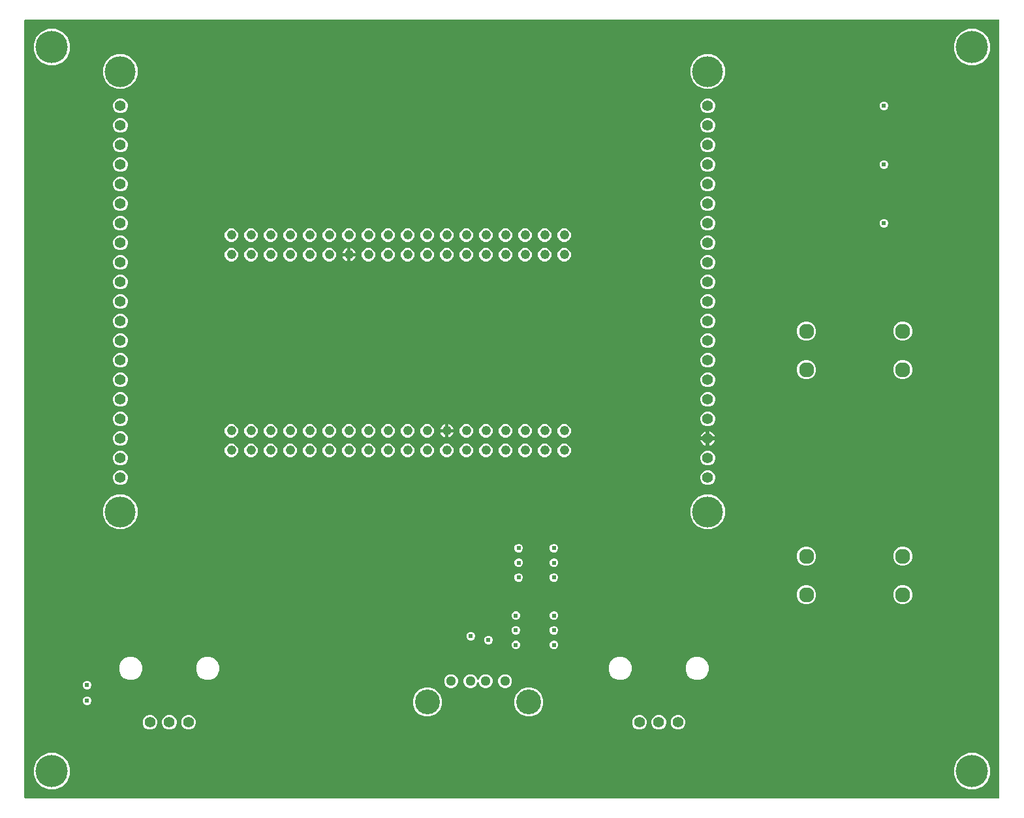
<source format=gbr>
G04 EAGLE Gerber RS-274X export*
G75*
%MOMM*%
%FSLAX34Y34*%
%LPD*%
%INCopper Layer 15*%
%IPPOS*%
%AMOC8*
5,1,8,0,0,1.08239X$1,22.5*%
G01*
%ADD10C,1.288000*%
%ADD11C,3.220000*%
%ADD12C,1.400000*%
%ADD13C,1.960000*%
%ADD14C,1.244600*%
%ADD15C,4.016000*%
%ADD16C,4.191000*%
%ADD17C,0.609600*%

G36*
X1266308Y2556D02*
X1266308Y2556D01*
X1266427Y2563D01*
X1266465Y2576D01*
X1266506Y2581D01*
X1266616Y2624D01*
X1266729Y2661D01*
X1266764Y2683D01*
X1266801Y2698D01*
X1266897Y2767D01*
X1266998Y2831D01*
X1267026Y2861D01*
X1267059Y2884D01*
X1267135Y2976D01*
X1267216Y3063D01*
X1267236Y3098D01*
X1267261Y3129D01*
X1267312Y3237D01*
X1267370Y3341D01*
X1267380Y3381D01*
X1267397Y3417D01*
X1267419Y3534D01*
X1267449Y3649D01*
X1267453Y3709D01*
X1267457Y3729D01*
X1267455Y3750D01*
X1267459Y3810D01*
X1267459Y1012190D01*
X1267444Y1012308D01*
X1267437Y1012427D01*
X1267424Y1012465D01*
X1267419Y1012506D01*
X1267376Y1012616D01*
X1267339Y1012729D01*
X1267317Y1012764D01*
X1267302Y1012801D01*
X1267233Y1012897D01*
X1267169Y1012998D01*
X1267139Y1013026D01*
X1267116Y1013059D01*
X1267024Y1013135D01*
X1266937Y1013216D01*
X1266902Y1013236D01*
X1266871Y1013261D01*
X1266763Y1013312D01*
X1266659Y1013370D01*
X1266619Y1013380D01*
X1266583Y1013397D01*
X1266466Y1013419D01*
X1266351Y1013449D01*
X1266291Y1013453D01*
X1266271Y1013457D01*
X1266250Y1013455D01*
X1266190Y1013459D01*
X3810Y1013459D01*
X3692Y1013444D01*
X3573Y1013437D01*
X3535Y1013424D01*
X3494Y1013419D01*
X3384Y1013376D01*
X3271Y1013339D01*
X3236Y1013317D01*
X3199Y1013302D01*
X3103Y1013233D01*
X3002Y1013169D01*
X2974Y1013139D01*
X2941Y1013116D01*
X2865Y1013024D01*
X2784Y1012937D01*
X2764Y1012902D01*
X2739Y1012871D01*
X2688Y1012763D01*
X2630Y1012659D01*
X2620Y1012619D01*
X2603Y1012583D01*
X2581Y1012466D01*
X2551Y1012351D01*
X2547Y1012291D01*
X2543Y1012271D01*
X2545Y1012250D01*
X2541Y1012190D01*
X2541Y3810D01*
X2556Y3692D01*
X2563Y3573D01*
X2576Y3535D01*
X2581Y3494D01*
X2624Y3384D01*
X2661Y3271D01*
X2683Y3236D01*
X2698Y3199D01*
X2767Y3103D01*
X2831Y3002D01*
X2861Y2974D01*
X2884Y2941D01*
X2976Y2865D01*
X3063Y2784D01*
X3098Y2764D01*
X3129Y2739D01*
X3237Y2688D01*
X3341Y2630D01*
X3381Y2620D01*
X3417Y2603D01*
X3534Y2581D01*
X3649Y2551D01*
X3709Y2547D01*
X3729Y2543D01*
X3750Y2545D01*
X3810Y2541D01*
X1266190Y2541D01*
X1266308Y2556D01*
G37*
%LPC*%
G36*
X1227226Y954404D02*
X1227226Y954404D01*
X1218591Y957981D01*
X1211981Y964591D01*
X1208404Y973226D01*
X1208404Y982574D01*
X1211981Y991209D01*
X1218591Y997819D01*
X1227226Y1001396D01*
X1236574Y1001396D01*
X1245209Y997819D01*
X1251819Y991209D01*
X1255396Y982574D01*
X1255396Y973226D01*
X1251819Y964591D01*
X1245209Y957981D01*
X1236574Y954404D01*
X1227226Y954404D01*
G37*
%LPD*%
%LPC*%
G36*
X33426Y954404D02*
X33426Y954404D01*
X24791Y957981D01*
X18181Y964591D01*
X14604Y973226D01*
X14604Y982574D01*
X18181Y991209D01*
X24791Y997819D01*
X33426Y1001396D01*
X42774Y1001396D01*
X51409Y997819D01*
X58019Y991209D01*
X61596Y982574D01*
X61596Y973226D01*
X58019Y964591D01*
X51409Y957981D01*
X42774Y954404D01*
X33426Y954404D01*
G37*
%LPD*%
%LPC*%
G36*
X1227226Y14604D02*
X1227226Y14604D01*
X1218591Y18181D01*
X1211981Y24791D01*
X1208404Y33426D01*
X1208404Y42774D01*
X1211981Y51409D01*
X1218591Y58019D01*
X1227226Y61596D01*
X1236574Y61596D01*
X1245209Y58019D01*
X1251819Y51409D01*
X1255396Y42774D01*
X1255396Y33426D01*
X1251819Y24791D01*
X1245209Y18181D01*
X1236574Y14604D01*
X1227226Y14604D01*
G37*
%LPD*%
%LPC*%
G36*
X33426Y14604D02*
X33426Y14604D01*
X24791Y18181D01*
X18181Y24791D01*
X14604Y33426D01*
X14604Y42774D01*
X18181Y51409D01*
X24791Y58019D01*
X33426Y61596D01*
X42774Y61596D01*
X51409Y58019D01*
X58019Y51409D01*
X61596Y42774D01*
X61596Y33426D01*
X58019Y24791D01*
X51409Y18181D01*
X42774Y14604D01*
X33426Y14604D01*
G37*
%LPD*%
%LPC*%
G36*
X122500Y923529D02*
X122500Y923529D01*
X114186Y926973D01*
X107823Y933336D01*
X104379Y941650D01*
X104379Y950650D01*
X107823Y958964D01*
X114186Y965327D01*
X122500Y968771D01*
X131500Y968771D01*
X139814Y965327D01*
X146177Y958964D01*
X149621Y950650D01*
X149621Y941650D01*
X146177Y933336D01*
X139814Y926973D01*
X131500Y923529D01*
X122500Y923529D01*
G37*
%LPD*%
%LPC*%
G36*
X884500Y352029D02*
X884500Y352029D01*
X876186Y355473D01*
X869823Y361836D01*
X866379Y370150D01*
X866379Y379150D01*
X869823Y387464D01*
X876186Y393827D01*
X884500Y397271D01*
X893500Y397271D01*
X901814Y393827D01*
X908177Y387464D01*
X911621Y379150D01*
X911621Y370150D01*
X908177Y361836D01*
X901814Y355473D01*
X893500Y352029D01*
X884500Y352029D01*
G37*
%LPD*%
%LPC*%
G36*
X884500Y923529D02*
X884500Y923529D01*
X876186Y926973D01*
X869823Y933336D01*
X866379Y941650D01*
X866379Y950650D01*
X869823Y958964D01*
X876186Y965327D01*
X884500Y968771D01*
X893500Y968771D01*
X901814Y965327D01*
X908177Y958964D01*
X911621Y950650D01*
X911621Y941650D01*
X908177Y933336D01*
X901814Y926973D01*
X893500Y923529D01*
X884500Y923529D01*
G37*
%LPD*%
%LPC*%
G36*
X122500Y352029D02*
X122500Y352029D01*
X114186Y355473D01*
X107823Y361836D01*
X104379Y370150D01*
X104379Y379150D01*
X107823Y387464D01*
X114186Y393827D01*
X122500Y397271D01*
X131500Y397271D01*
X139814Y393827D01*
X146177Y387464D01*
X149621Y379150D01*
X149621Y370150D01*
X146177Y361836D01*
X139814Y355473D01*
X131500Y352029D01*
X122500Y352029D01*
G37*
%LPD*%
%LPC*%
G36*
X521702Y109199D02*
X521702Y109199D01*
X514851Y112037D01*
X509607Y117281D01*
X506769Y124132D01*
X506769Y131548D01*
X509607Y138399D01*
X514851Y143643D01*
X521702Y146481D01*
X529118Y146481D01*
X535969Y143643D01*
X541213Y138399D01*
X544051Y131548D01*
X544051Y124132D01*
X541213Y117281D01*
X535969Y112037D01*
X529118Y109199D01*
X521702Y109199D01*
G37*
%LPD*%
%LPC*%
G36*
X653102Y109199D02*
X653102Y109199D01*
X646251Y112037D01*
X641007Y117281D01*
X638169Y124132D01*
X638169Y131548D01*
X641007Y138399D01*
X646251Y143643D01*
X653102Y146481D01*
X660518Y146481D01*
X667369Y143643D01*
X672613Y138399D01*
X675451Y131548D01*
X675451Y124132D01*
X672613Y117281D01*
X667369Y112037D01*
X660518Y109199D01*
X653102Y109199D01*
G37*
%LPD*%
%LPC*%
G36*
X772508Y156559D02*
X772508Y156559D01*
X766980Y158849D01*
X762749Y163080D01*
X760459Y168608D01*
X760459Y174592D01*
X762749Y180120D01*
X766980Y184351D01*
X772508Y186641D01*
X778492Y186641D01*
X784020Y184351D01*
X788251Y180120D01*
X790541Y174592D01*
X790541Y168608D01*
X788251Y163080D01*
X784020Y158849D01*
X778492Y156559D01*
X772508Y156559D01*
G37*
%LPD*%
%LPC*%
G36*
X237508Y156559D02*
X237508Y156559D01*
X231980Y158849D01*
X227749Y163080D01*
X225459Y168608D01*
X225459Y174592D01*
X227749Y180120D01*
X231980Y184351D01*
X237508Y186641D01*
X243492Y186641D01*
X249020Y184351D01*
X253251Y180120D01*
X255541Y174592D01*
X255541Y168608D01*
X253251Y163080D01*
X249020Y158849D01*
X243492Y156559D01*
X237508Y156559D01*
G37*
%LPD*%
%LPC*%
G36*
X137508Y156559D02*
X137508Y156559D01*
X131980Y158849D01*
X127749Y163080D01*
X125459Y168608D01*
X125459Y174592D01*
X127749Y180120D01*
X131980Y184351D01*
X137508Y186641D01*
X143492Y186641D01*
X149020Y184351D01*
X153251Y180120D01*
X155541Y174592D01*
X155541Y168608D01*
X153251Y163080D01*
X149020Y158849D01*
X143492Y156559D01*
X137508Y156559D01*
G37*
%LPD*%
%LPC*%
G36*
X872508Y156559D02*
X872508Y156559D01*
X866980Y158849D01*
X862749Y163080D01*
X860459Y168608D01*
X860459Y174592D01*
X862749Y180120D01*
X866980Y184351D01*
X872508Y186641D01*
X878492Y186641D01*
X884020Y184351D01*
X888251Y180120D01*
X890541Y174592D01*
X890541Y168608D01*
X888251Y163080D01*
X884020Y158849D01*
X878492Y156559D01*
X872508Y156559D01*
G37*
%LPD*%
%LPC*%
G36*
X579324Y145959D02*
X579324Y145959D01*
X576023Y147326D01*
X573496Y149853D01*
X572129Y153154D01*
X572129Y156726D01*
X573496Y160027D01*
X576023Y162554D01*
X579324Y163921D01*
X582896Y163921D01*
X586197Y162554D01*
X588724Y160027D01*
X589937Y157097D01*
X590006Y156976D01*
X590071Y156853D01*
X590085Y156838D01*
X590095Y156820D01*
X590192Y156720D01*
X590285Y156618D01*
X590302Y156607D01*
X590316Y156592D01*
X590435Y156519D01*
X590551Y156443D01*
X590570Y156436D01*
X590587Y156426D01*
X590720Y156385D01*
X590852Y156340D01*
X590872Y156338D01*
X590891Y156332D01*
X591030Y156325D01*
X591169Y156314D01*
X591189Y156318D01*
X591209Y156317D01*
X591345Y156345D01*
X591482Y156369D01*
X591501Y156377D01*
X591520Y156381D01*
X591646Y156443D01*
X591772Y156499D01*
X591788Y156512D01*
X591806Y156521D01*
X591912Y156611D01*
X592020Y156698D01*
X592033Y156714D01*
X592048Y156727D01*
X592128Y156841D01*
X592212Y156952D01*
X592224Y156977D01*
X592231Y156987D01*
X592238Y157007D01*
X592283Y157097D01*
X593496Y160027D01*
X596023Y162554D01*
X599324Y163921D01*
X602896Y163921D01*
X606197Y162554D01*
X608724Y160027D01*
X610091Y156726D01*
X610091Y153154D01*
X608724Y149853D01*
X606197Y147326D01*
X602896Y145959D01*
X599324Y145959D01*
X596023Y147326D01*
X593496Y149853D01*
X592283Y152783D01*
X592214Y152904D01*
X592149Y153027D01*
X592135Y153042D01*
X592125Y153060D01*
X592028Y153160D01*
X591935Y153262D01*
X591918Y153274D01*
X591904Y153288D01*
X591786Y153361D01*
X591669Y153437D01*
X591650Y153444D01*
X591633Y153454D01*
X591500Y153495D01*
X591368Y153540D01*
X591348Y153542D01*
X591329Y153548D01*
X591190Y153555D01*
X591051Y153566D01*
X591031Y153562D01*
X591011Y153563D01*
X590875Y153535D01*
X590738Y153511D01*
X590719Y153503D01*
X590700Y153499D01*
X590575Y153438D01*
X590448Y153381D01*
X590432Y153368D01*
X590414Y153359D01*
X590308Y153269D01*
X590200Y153182D01*
X590187Y153166D01*
X590172Y153153D01*
X590092Y153039D01*
X590008Y152928D01*
X589996Y152903D01*
X589989Y152893D01*
X589982Y152873D01*
X589937Y152783D01*
X588724Y149853D01*
X586197Y147326D01*
X582896Y145959D01*
X579324Y145959D01*
G37*
%LPD*%
%LPC*%
G36*
X1139545Y254759D02*
X1139545Y254759D01*
X1135010Y256638D01*
X1131538Y260110D01*
X1129659Y264645D01*
X1129659Y269555D01*
X1131538Y274090D01*
X1135010Y277562D01*
X1139545Y279441D01*
X1144455Y279441D01*
X1148990Y277562D01*
X1152462Y274090D01*
X1154341Y269555D01*
X1154341Y264645D01*
X1152462Y260110D01*
X1148990Y256638D01*
X1144455Y254759D01*
X1139545Y254759D01*
G37*
%LPD*%
%LPC*%
G36*
X1139545Y596859D02*
X1139545Y596859D01*
X1135010Y598738D01*
X1131538Y602210D01*
X1129659Y606745D01*
X1129659Y611655D01*
X1131538Y616190D01*
X1135010Y619662D01*
X1139545Y621541D01*
X1144455Y621541D01*
X1148990Y619662D01*
X1152462Y616190D01*
X1154341Y611655D01*
X1154341Y606745D01*
X1152462Y602210D01*
X1148990Y598738D01*
X1144455Y596859D01*
X1139545Y596859D01*
G37*
%LPD*%
%LPC*%
G36*
X1014545Y596859D02*
X1014545Y596859D01*
X1010010Y598738D01*
X1006538Y602210D01*
X1004659Y606745D01*
X1004659Y611655D01*
X1006538Y616190D01*
X1010010Y619662D01*
X1014545Y621541D01*
X1019455Y621541D01*
X1023990Y619662D01*
X1027462Y616190D01*
X1029341Y611655D01*
X1029341Y606745D01*
X1027462Y602210D01*
X1023990Y598738D01*
X1019455Y596859D01*
X1014545Y596859D01*
G37*
%LPD*%
%LPC*%
G36*
X1139545Y546859D02*
X1139545Y546859D01*
X1135010Y548738D01*
X1131538Y552210D01*
X1129659Y556745D01*
X1129659Y561655D01*
X1131538Y566190D01*
X1135010Y569662D01*
X1139545Y571541D01*
X1144455Y571541D01*
X1148990Y569662D01*
X1152462Y566190D01*
X1154341Y561655D01*
X1154341Y556745D01*
X1152462Y552210D01*
X1148990Y548738D01*
X1144455Y546859D01*
X1139545Y546859D01*
G37*
%LPD*%
%LPC*%
G36*
X1014545Y546859D02*
X1014545Y546859D01*
X1010010Y548738D01*
X1006538Y552210D01*
X1004659Y556745D01*
X1004659Y561655D01*
X1006538Y566190D01*
X1010010Y569662D01*
X1014545Y571541D01*
X1019455Y571541D01*
X1023990Y569662D01*
X1027462Y566190D01*
X1029341Y561655D01*
X1029341Y556745D01*
X1027462Y552210D01*
X1023990Y548738D01*
X1019455Y546859D01*
X1014545Y546859D01*
G37*
%LPD*%
%LPC*%
G36*
X1139545Y304759D02*
X1139545Y304759D01*
X1135010Y306638D01*
X1131538Y310110D01*
X1129659Y314645D01*
X1129659Y319555D01*
X1131538Y324090D01*
X1135010Y327562D01*
X1139545Y329441D01*
X1144455Y329441D01*
X1148990Y327562D01*
X1152462Y324090D01*
X1154341Y319555D01*
X1154341Y314645D01*
X1152462Y310110D01*
X1148990Y306638D01*
X1144455Y304759D01*
X1139545Y304759D01*
G37*
%LPD*%
%LPC*%
G36*
X1014545Y304759D02*
X1014545Y304759D01*
X1010010Y306638D01*
X1006538Y310110D01*
X1004659Y314645D01*
X1004659Y319555D01*
X1006538Y324090D01*
X1010010Y327562D01*
X1014545Y329441D01*
X1019455Y329441D01*
X1023990Y327562D01*
X1027462Y324090D01*
X1029341Y319555D01*
X1029341Y314645D01*
X1027462Y310110D01*
X1023990Y306638D01*
X1019455Y304759D01*
X1014545Y304759D01*
G37*
%LPD*%
%LPC*%
G36*
X1014545Y254759D02*
X1014545Y254759D01*
X1010010Y256638D01*
X1006538Y260110D01*
X1004659Y264645D01*
X1004659Y269555D01*
X1006538Y274090D01*
X1010010Y277562D01*
X1014545Y279441D01*
X1019455Y279441D01*
X1023990Y277562D01*
X1027462Y274090D01*
X1029341Y269555D01*
X1029341Y264645D01*
X1027462Y260110D01*
X1023990Y256638D01*
X1019455Y254759D01*
X1014545Y254759D01*
G37*
%LPD*%
%LPC*%
G36*
X823602Y92059D02*
X823602Y92059D01*
X820096Y93512D01*
X817412Y96196D01*
X815959Y99702D01*
X815959Y103498D01*
X817412Y107004D01*
X820096Y109688D01*
X823602Y111141D01*
X827398Y111141D01*
X830904Y109688D01*
X833588Y107004D01*
X835041Y103498D01*
X835041Y99702D01*
X833588Y96196D01*
X830904Y93512D01*
X827398Y92059D01*
X823602Y92059D01*
G37*
%LPD*%
%LPC*%
G36*
X848602Y92059D02*
X848602Y92059D01*
X845096Y93512D01*
X842412Y96196D01*
X840959Y99702D01*
X840959Y103498D01*
X842412Y107004D01*
X845096Y109688D01*
X848602Y111141D01*
X852398Y111141D01*
X855904Y109688D01*
X858588Y107004D01*
X860041Y103498D01*
X860041Y99702D01*
X858588Y96196D01*
X855904Y93512D01*
X852398Y92059D01*
X848602Y92059D01*
G37*
%LPD*%
%LPC*%
G36*
X887102Y790559D02*
X887102Y790559D01*
X883596Y792012D01*
X880912Y794696D01*
X879459Y798202D01*
X879459Y801998D01*
X880912Y805504D01*
X883596Y808188D01*
X887102Y809641D01*
X890898Y809641D01*
X894404Y808188D01*
X897088Y805504D01*
X898541Y801998D01*
X898541Y798202D01*
X897088Y794696D01*
X894404Y792012D01*
X890898Y790559D01*
X887102Y790559D01*
G37*
%LPD*%
%LPC*%
G36*
X163602Y92059D02*
X163602Y92059D01*
X160096Y93512D01*
X157412Y96196D01*
X155959Y99702D01*
X155959Y103498D01*
X157412Y107004D01*
X160096Y109688D01*
X163602Y111141D01*
X167398Y111141D01*
X170904Y109688D01*
X173588Y107004D01*
X175041Y103498D01*
X175041Y99702D01*
X173588Y96196D01*
X170904Y93512D01*
X167398Y92059D01*
X163602Y92059D01*
G37*
%LPD*%
%LPC*%
G36*
X125102Y612759D02*
X125102Y612759D01*
X121596Y614212D01*
X118912Y616896D01*
X117459Y620402D01*
X117459Y624198D01*
X118912Y627704D01*
X121596Y630388D01*
X125102Y631841D01*
X128898Y631841D01*
X132404Y630388D01*
X135088Y627704D01*
X136541Y624198D01*
X136541Y620402D01*
X135088Y616896D01*
X132404Y614212D01*
X128898Y612759D01*
X125102Y612759D01*
G37*
%LPD*%
%LPC*%
G36*
X125102Y815959D02*
X125102Y815959D01*
X121596Y817412D01*
X118912Y820096D01*
X117459Y823602D01*
X117459Y827398D01*
X118912Y830904D01*
X121596Y833588D01*
X125102Y835041D01*
X128898Y835041D01*
X132404Y833588D01*
X135088Y830904D01*
X136541Y827398D01*
X136541Y823602D01*
X135088Y820096D01*
X132404Y817412D01*
X128898Y815959D01*
X125102Y815959D01*
G37*
%LPD*%
%LPC*%
G36*
X887102Y612759D02*
X887102Y612759D01*
X883596Y614212D01*
X880912Y616896D01*
X879459Y620402D01*
X879459Y624198D01*
X880912Y627704D01*
X883596Y630388D01*
X887102Y631841D01*
X890898Y631841D01*
X894404Y630388D01*
X897088Y627704D01*
X898541Y624198D01*
X898541Y620402D01*
X897088Y616896D01*
X894404Y614212D01*
X890898Y612759D01*
X887102Y612759D01*
G37*
%LPD*%
%LPC*%
G36*
X887102Y815959D02*
X887102Y815959D01*
X883596Y817412D01*
X880912Y820096D01*
X879459Y823602D01*
X879459Y827398D01*
X880912Y830904D01*
X883596Y833588D01*
X887102Y835041D01*
X890898Y835041D01*
X894404Y833588D01*
X897088Y830904D01*
X898541Y827398D01*
X898541Y823602D01*
X897088Y820096D01*
X894404Y817412D01*
X890898Y815959D01*
X887102Y815959D01*
G37*
%LPD*%
%LPC*%
G36*
X125102Y841359D02*
X125102Y841359D01*
X121596Y842812D01*
X118912Y845496D01*
X117459Y849002D01*
X117459Y852798D01*
X118912Y856304D01*
X121596Y858988D01*
X125102Y860441D01*
X128898Y860441D01*
X132404Y858988D01*
X135088Y856304D01*
X136541Y852798D01*
X136541Y849002D01*
X135088Y845496D01*
X132404Y842812D01*
X128898Y841359D01*
X125102Y841359D01*
G37*
%LPD*%
%LPC*%
G36*
X887102Y841359D02*
X887102Y841359D01*
X883596Y842812D01*
X880912Y845496D01*
X879459Y849002D01*
X879459Y852798D01*
X880912Y856304D01*
X883596Y858988D01*
X887102Y860441D01*
X890898Y860441D01*
X894404Y858988D01*
X897088Y856304D01*
X898541Y852798D01*
X898541Y849002D01*
X897088Y845496D01*
X894404Y842812D01*
X890898Y841359D01*
X887102Y841359D01*
G37*
%LPD*%
%LPC*%
G36*
X125102Y866759D02*
X125102Y866759D01*
X121596Y868212D01*
X118912Y870896D01*
X117459Y874402D01*
X117459Y878198D01*
X118912Y881704D01*
X121596Y884388D01*
X125102Y885841D01*
X128898Y885841D01*
X132404Y884388D01*
X135088Y881704D01*
X136541Y878198D01*
X136541Y874402D01*
X135088Y870896D01*
X132404Y868212D01*
X128898Y866759D01*
X125102Y866759D01*
G37*
%LPD*%
%LPC*%
G36*
X798602Y92059D02*
X798602Y92059D01*
X795096Y93512D01*
X792412Y96196D01*
X790959Y99702D01*
X790959Y103498D01*
X792412Y107004D01*
X795096Y109688D01*
X798602Y111141D01*
X802398Y111141D01*
X805904Y109688D01*
X808588Y107004D01*
X810041Y103498D01*
X810041Y99702D01*
X808588Y96196D01*
X805904Y93512D01*
X802398Y92059D01*
X798602Y92059D01*
G37*
%LPD*%
%LPC*%
G36*
X125102Y790559D02*
X125102Y790559D01*
X121596Y792012D01*
X118912Y794696D01*
X117459Y798202D01*
X117459Y801998D01*
X118912Y805504D01*
X121596Y808188D01*
X125102Y809641D01*
X128898Y809641D01*
X132404Y808188D01*
X135088Y805504D01*
X136541Y801998D01*
X136541Y798202D01*
X135088Y794696D01*
X132404Y792012D01*
X128898Y790559D01*
X125102Y790559D01*
G37*
%LPD*%
%LPC*%
G36*
X213602Y92059D02*
X213602Y92059D01*
X210096Y93512D01*
X207412Y96196D01*
X205959Y99702D01*
X205959Y103498D01*
X207412Y107004D01*
X210096Y109688D01*
X213602Y111141D01*
X217398Y111141D01*
X220904Y109688D01*
X223588Y107004D01*
X225041Y103498D01*
X225041Y99702D01*
X223588Y96196D01*
X220904Y93512D01*
X217398Y92059D01*
X213602Y92059D01*
G37*
%LPD*%
%LPC*%
G36*
X188602Y92059D02*
X188602Y92059D01*
X185096Y93512D01*
X182412Y96196D01*
X180959Y99702D01*
X180959Y103498D01*
X182412Y107004D01*
X185096Y109688D01*
X188602Y111141D01*
X192398Y111141D01*
X195904Y109688D01*
X198588Y107004D01*
X200041Y103498D01*
X200041Y99702D01*
X198588Y96196D01*
X195904Y93512D01*
X192398Y92059D01*
X188602Y92059D01*
G37*
%LPD*%
%LPC*%
G36*
X887102Y866759D02*
X887102Y866759D01*
X883596Y868212D01*
X880912Y870896D01*
X879459Y874402D01*
X879459Y878198D01*
X880912Y881704D01*
X883596Y884388D01*
X887102Y885841D01*
X890898Y885841D01*
X894404Y884388D01*
X897088Y881704D01*
X898541Y878198D01*
X898541Y874402D01*
X897088Y870896D01*
X894404Y868212D01*
X890898Y866759D01*
X887102Y866759D01*
G37*
%LPD*%
%LPC*%
G36*
X887102Y714359D02*
X887102Y714359D01*
X883596Y715812D01*
X880912Y718496D01*
X879459Y722002D01*
X879459Y725798D01*
X880912Y729304D01*
X883596Y731988D01*
X887102Y733441D01*
X890898Y733441D01*
X894404Y731988D01*
X897088Y729304D01*
X898541Y725798D01*
X898541Y722002D01*
X897088Y718496D01*
X894404Y715812D01*
X890898Y714359D01*
X887102Y714359D01*
G37*
%LPD*%
%LPC*%
G36*
X125102Y714359D02*
X125102Y714359D01*
X121596Y715812D01*
X118912Y718496D01*
X117459Y722002D01*
X117459Y725798D01*
X118912Y729304D01*
X121596Y731988D01*
X125102Y733441D01*
X128898Y733441D01*
X132404Y731988D01*
X135088Y729304D01*
X136541Y725798D01*
X136541Y722002D01*
X135088Y718496D01*
X132404Y715812D01*
X128898Y714359D01*
X125102Y714359D01*
G37*
%LPD*%
%LPC*%
G36*
X125102Y892159D02*
X125102Y892159D01*
X121596Y893612D01*
X118912Y896296D01*
X117459Y899802D01*
X117459Y903598D01*
X118912Y907104D01*
X121596Y909788D01*
X125102Y911241D01*
X128898Y911241D01*
X132404Y909788D01*
X135088Y907104D01*
X136541Y903598D01*
X136541Y899802D01*
X135088Y896296D01*
X132404Y893612D01*
X128898Y892159D01*
X125102Y892159D01*
G37*
%LPD*%
%LPC*%
G36*
X125102Y409559D02*
X125102Y409559D01*
X121596Y411012D01*
X118912Y413696D01*
X117459Y417202D01*
X117459Y420998D01*
X118912Y424504D01*
X121596Y427188D01*
X125102Y428641D01*
X128898Y428641D01*
X132404Y427188D01*
X135088Y424504D01*
X136541Y420998D01*
X136541Y417202D01*
X135088Y413696D01*
X132404Y411012D01*
X128898Y409559D01*
X125102Y409559D01*
G37*
%LPD*%
%LPC*%
G36*
X887102Y409559D02*
X887102Y409559D01*
X883596Y411012D01*
X880912Y413696D01*
X879459Y417202D01*
X879459Y420998D01*
X880912Y424504D01*
X883596Y427188D01*
X887102Y428641D01*
X890898Y428641D01*
X894404Y427188D01*
X897088Y424504D01*
X898541Y420998D01*
X898541Y417202D01*
X897088Y413696D01*
X894404Y411012D01*
X890898Y409559D01*
X887102Y409559D01*
G37*
%LPD*%
%LPC*%
G36*
X125102Y434959D02*
X125102Y434959D01*
X121596Y436412D01*
X118912Y439096D01*
X117459Y442602D01*
X117459Y446398D01*
X118912Y449904D01*
X121596Y452588D01*
X125102Y454041D01*
X128898Y454041D01*
X132404Y452588D01*
X135088Y449904D01*
X136541Y446398D01*
X136541Y442602D01*
X135088Y439096D01*
X132404Y436412D01*
X128898Y434959D01*
X125102Y434959D01*
G37*
%LPD*%
%LPC*%
G36*
X887102Y434959D02*
X887102Y434959D01*
X883596Y436412D01*
X880912Y439096D01*
X879459Y442602D01*
X879459Y446398D01*
X880912Y449904D01*
X883596Y452588D01*
X887102Y454041D01*
X890898Y454041D01*
X894404Y452588D01*
X897088Y449904D01*
X898541Y446398D01*
X898541Y442602D01*
X897088Y439096D01*
X894404Y436412D01*
X890898Y434959D01*
X887102Y434959D01*
G37*
%LPD*%
%LPC*%
G36*
X125102Y460359D02*
X125102Y460359D01*
X121596Y461812D01*
X118912Y464496D01*
X117459Y468002D01*
X117459Y471798D01*
X118912Y475304D01*
X121596Y477988D01*
X125102Y479441D01*
X128898Y479441D01*
X132404Y477988D01*
X135088Y475304D01*
X136541Y471798D01*
X136541Y468002D01*
X135088Y464496D01*
X132404Y461812D01*
X128898Y460359D01*
X125102Y460359D01*
G37*
%LPD*%
%LPC*%
G36*
X887102Y892159D02*
X887102Y892159D01*
X883596Y893612D01*
X880912Y896296D01*
X879459Y899802D01*
X879459Y903598D01*
X880912Y907104D01*
X883596Y909788D01*
X887102Y911241D01*
X890898Y911241D01*
X894404Y909788D01*
X897088Y907104D01*
X898541Y903598D01*
X898541Y899802D01*
X897088Y896296D01*
X894404Y893612D01*
X890898Y892159D01*
X887102Y892159D01*
G37*
%LPD*%
%LPC*%
G36*
X125102Y485759D02*
X125102Y485759D01*
X121596Y487212D01*
X118912Y489896D01*
X117459Y493402D01*
X117459Y497198D01*
X118912Y500704D01*
X121596Y503388D01*
X125102Y504841D01*
X128898Y504841D01*
X132404Y503388D01*
X135088Y500704D01*
X136541Y497198D01*
X136541Y493402D01*
X135088Y489896D01*
X132404Y487212D01*
X128898Y485759D01*
X125102Y485759D01*
G37*
%LPD*%
%LPC*%
G36*
X887102Y485759D02*
X887102Y485759D01*
X883596Y487212D01*
X880912Y489896D01*
X879459Y493402D01*
X879459Y497198D01*
X880912Y500704D01*
X883596Y503388D01*
X887102Y504841D01*
X890898Y504841D01*
X894404Y503388D01*
X897088Y500704D01*
X898541Y497198D01*
X898541Y493402D01*
X897088Y489896D01*
X894404Y487212D01*
X890898Y485759D01*
X887102Y485759D01*
G37*
%LPD*%
%LPC*%
G36*
X125102Y511159D02*
X125102Y511159D01*
X121596Y512612D01*
X118912Y515296D01*
X117459Y518802D01*
X117459Y522598D01*
X118912Y526104D01*
X121596Y528788D01*
X125102Y530241D01*
X128898Y530241D01*
X132404Y528788D01*
X135088Y526104D01*
X136541Y522598D01*
X136541Y518802D01*
X135088Y515296D01*
X132404Y512612D01*
X128898Y511159D01*
X125102Y511159D01*
G37*
%LPD*%
%LPC*%
G36*
X887102Y511159D02*
X887102Y511159D01*
X883596Y512612D01*
X880912Y515296D01*
X879459Y518802D01*
X879459Y522598D01*
X880912Y526104D01*
X883596Y528788D01*
X887102Y530241D01*
X890898Y530241D01*
X894404Y528788D01*
X897088Y526104D01*
X898541Y522598D01*
X898541Y518802D01*
X897088Y515296D01*
X894404Y512612D01*
X890898Y511159D01*
X887102Y511159D01*
G37*
%LPD*%
%LPC*%
G36*
X125102Y536559D02*
X125102Y536559D01*
X121596Y538012D01*
X118912Y540696D01*
X117459Y544202D01*
X117459Y547998D01*
X118912Y551504D01*
X121596Y554188D01*
X125102Y555641D01*
X128898Y555641D01*
X132404Y554188D01*
X135088Y551504D01*
X136541Y547998D01*
X136541Y544202D01*
X135088Y540696D01*
X132404Y538012D01*
X128898Y536559D01*
X125102Y536559D01*
G37*
%LPD*%
%LPC*%
G36*
X887102Y536559D02*
X887102Y536559D01*
X883596Y538012D01*
X880912Y540696D01*
X879459Y544202D01*
X879459Y547998D01*
X880912Y551504D01*
X883596Y554188D01*
X887102Y555641D01*
X890898Y555641D01*
X894404Y554188D01*
X897088Y551504D01*
X898541Y547998D01*
X898541Y544202D01*
X897088Y540696D01*
X894404Y538012D01*
X890898Y536559D01*
X887102Y536559D01*
G37*
%LPD*%
%LPC*%
G36*
X125102Y739759D02*
X125102Y739759D01*
X121596Y741212D01*
X118912Y743896D01*
X117459Y747402D01*
X117459Y751198D01*
X118912Y754704D01*
X121596Y757388D01*
X125102Y758841D01*
X128898Y758841D01*
X132404Y757388D01*
X135088Y754704D01*
X136541Y751198D01*
X136541Y747402D01*
X135088Y743896D01*
X132404Y741212D01*
X128898Y739759D01*
X125102Y739759D01*
G37*
%LPD*%
%LPC*%
G36*
X887102Y739759D02*
X887102Y739759D01*
X883596Y741212D01*
X880912Y743896D01*
X879459Y747402D01*
X879459Y751198D01*
X880912Y754704D01*
X883596Y757388D01*
X887102Y758841D01*
X890898Y758841D01*
X894404Y757388D01*
X897088Y754704D01*
X898541Y751198D01*
X898541Y747402D01*
X897088Y743896D01*
X894404Y741212D01*
X890898Y739759D01*
X887102Y739759D01*
G37*
%LPD*%
%LPC*%
G36*
X125102Y561959D02*
X125102Y561959D01*
X121596Y563412D01*
X118912Y566096D01*
X117459Y569602D01*
X117459Y573398D01*
X118912Y576904D01*
X121596Y579588D01*
X125102Y581041D01*
X128898Y581041D01*
X132404Y579588D01*
X135088Y576904D01*
X136541Y573398D01*
X136541Y569602D01*
X135088Y566096D01*
X132404Y563412D01*
X128898Y561959D01*
X125102Y561959D01*
G37*
%LPD*%
%LPC*%
G36*
X887102Y561959D02*
X887102Y561959D01*
X883596Y563412D01*
X880912Y566096D01*
X879459Y569602D01*
X879459Y573398D01*
X880912Y576904D01*
X883596Y579588D01*
X887102Y581041D01*
X890898Y581041D01*
X894404Y579588D01*
X897088Y576904D01*
X898541Y573398D01*
X898541Y569602D01*
X897088Y566096D01*
X894404Y563412D01*
X890898Y561959D01*
X887102Y561959D01*
G37*
%LPD*%
%LPC*%
G36*
X125102Y587359D02*
X125102Y587359D01*
X121596Y588812D01*
X118912Y591496D01*
X117459Y595002D01*
X117459Y598798D01*
X118912Y602304D01*
X121596Y604988D01*
X125102Y606441D01*
X128898Y606441D01*
X132404Y604988D01*
X135088Y602304D01*
X136541Y598798D01*
X136541Y595002D01*
X135088Y591496D01*
X132404Y588812D01*
X128898Y587359D01*
X125102Y587359D01*
G37*
%LPD*%
%LPC*%
G36*
X887102Y587359D02*
X887102Y587359D01*
X883596Y588812D01*
X880912Y591496D01*
X879459Y595002D01*
X879459Y598798D01*
X880912Y602304D01*
X883596Y604988D01*
X887102Y606441D01*
X890898Y606441D01*
X894404Y604988D01*
X897088Y602304D01*
X898541Y598798D01*
X898541Y595002D01*
X897088Y591496D01*
X894404Y588812D01*
X890898Y587359D01*
X887102Y587359D01*
G37*
%LPD*%
%LPC*%
G36*
X887102Y688959D02*
X887102Y688959D01*
X883596Y690412D01*
X880912Y693096D01*
X879459Y696602D01*
X879459Y700398D01*
X880912Y703904D01*
X883596Y706588D01*
X887102Y708041D01*
X890898Y708041D01*
X894404Y706588D01*
X897088Y703904D01*
X898541Y700398D01*
X898541Y696602D01*
X897088Y693096D01*
X894404Y690412D01*
X890898Y688959D01*
X887102Y688959D01*
G37*
%LPD*%
%LPC*%
G36*
X125102Y688959D02*
X125102Y688959D01*
X121596Y690412D01*
X118912Y693096D01*
X117459Y696602D01*
X117459Y700398D01*
X118912Y703904D01*
X121596Y706588D01*
X125102Y708041D01*
X128898Y708041D01*
X132404Y706588D01*
X135088Y703904D01*
X136541Y700398D01*
X136541Y696602D01*
X135088Y693096D01*
X132404Y690412D01*
X128898Y688959D01*
X125102Y688959D01*
G37*
%LPD*%
%LPC*%
G36*
X125102Y765159D02*
X125102Y765159D01*
X121596Y766612D01*
X118912Y769296D01*
X117459Y772802D01*
X117459Y776598D01*
X118912Y780104D01*
X121596Y782788D01*
X125102Y784241D01*
X128898Y784241D01*
X132404Y782788D01*
X135088Y780104D01*
X136541Y776598D01*
X136541Y772802D01*
X135088Y769296D01*
X132404Y766612D01*
X128898Y765159D01*
X125102Y765159D01*
G37*
%LPD*%
%LPC*%
G36*
X887102Y765159D02*
X887102Y765159D01*
X883596Y766612D01*
X880912Y769296D01*
X879459Y772802D01*
X879459Y776598D01*
X880912Y780104D01*
X883596Y782788D01*
X887102Y784241D01*
X890898Y784241D01*
X894404Y782788D01*
X897088Y780104D01*
X898541Y776598D01*
X898541Y772802D01*
X897088Y769296D01*
X894404Y766612D01*
X890898Y765159D01*
X887102Y765159D01*
G37*
%LPD*%
%LPC*%
G36*
X887102Y663559D02*
X887102Y663559D01*
X883596Y665012D01*
X880912Y667696D01*
X879459Y671202D01*
X879459Y674998D01*
X880912Y678504D01*
X883596Y681188D01*
X887102Y682641D01*
X890898Y682641D01*
X894404Y681188D01*
X897088Y678504D01*
X898541Y674998D01*
X898541Y671202D01*
X897088Y667696D01*
X894404Y665012D01*
X890898Y663559D01*
X887102Y663559D01*
G37*
%LPD*%
%LPC*%
G36*
X125102Y663559D02*
X125102Y663559D01*
X121596Y665012D01*
X118912Y667696D01*
X117459Y671202D01*
X117459Y674998D01*
X118912Y678504D01*
X121596Y681188D01*
X125102Y682641D01*
X128898Y682641D01*
X132404Y681188D01*
X135088Y678504D01*
X136541Y674998D01*
X136541Y671202D01*
X135088Y667696D01*
X132404Y665012D01*
X128898Y663559D01*
X125102Y663559D01*
G37*
%LPD*%
%LPC*%
G36*
X887102Y638159D02*
X887102Y638159D01*
X883596Y639612D01*
X880912Y642296D01*
X879459Y645802D01*
X879459Y649598D01*
X880912Y653104D01*
X883596Y655788D01*
X887102Y657241D01*
X890898Y657241D01*
X894404Y655788D01*
X897088Y653104D01*
X898541Y649598D01*
X898541Y645802D01*
X897088Y642296D01*
X894404Y639612D01*
X890898Y638159D01*
X887102Y638159D01*
G37*
%LPD*%
%LPC*%
G36*
X125102Y638159D02*
X125102Y638159D01*
X121596Y639612D01*
X118912Y642296D01*
X117459Y645802D01*
X117459Y649598D01*
X118912Y653104D01*
X121596Y655788D01*
X125102Y657241D01*
X128898Y657241D01*
X132404Y655788D01*
X135088Y653104D01*
X136541Y649598D01*
X136541Y645802D01*
X135088Y642296D01*
X132404Y639612D01*
X128898Y638159D01*
X125102Y638159D01*
G37*
%LPD*%
%LPC*%
G36*
X624324Y145959D02*
X624324Y145959D01*
X621023Y147326D01*
X618496Y149853D01*
X617129Y153154D01*
X617129Y156726D01*
X618496Y160027D01*
X621023Y162554D01*
X624324Y163921D01*
X627896Y163921D01*
X631197Y162554D01*
X633724Y160027D01*
X635091Y156726D01*
X635091Y153154D01*
X633724Y149853D01*
X631197Y147326D01*
X627896Y145959D01*
X624324Y145959D01*
G37*
%LPD*%
%LPC*%
G36*
X554324Y145959D02*
X554324Y145959D01*
X551023Y147326D01*
X548496Y149853D01*
X547129Y153154D01*
X547129Y156726D01*
X548496Y160027D01*
X551023Y162554D01*
X554324Y163921D01*
X557896Y163921D01*
X561197Y162554D01*
X563724Y160027D01*
X565091Y156726D01*
X565091Y153154D01*
X563724Y149853D01*
X561197Y147326D01*
X557896Y145959D01*
X554324Y145959D01*
G37*
%LPD*%
%LPC*%
G36*
X701157Y471036D02*
X701157Y471036D01*
X697936Y472370D01*
X695470Y474836D01*
X694136Y478057D01*
X694136Y481543D01*
X695470Y484764D01*
X697936Y487230D01*
X701157Y488564D01*
X704643Y488564D01*
X707864Y487230D01*
X710330Y484764D01*
X711664Y481543D01*
X711664Y478057D01*
X710330Y474836D01*
X707864Y472370D01*
X704643Y471036D01*
X701157Y471036D01*
G37*
%LPD*%
%LPC*%
G36*
X472557Y445636D02*
X472557Y445636D01*
X469336Y446970D01*
X466870Y449436D01*
X465536Y452657D01*
X465536Y456143D01*
X466870Y459364D01*
X469336Y461830D01*
X472557Y463164D01*
X476043Y463164D01*
X479264Y461830D01*
X481730Y459364D01*
X483064Y456143D01*
X483064Y452657D01*
X481730Y449436D01*
X479264Y446970D01*
X476043Y445636D01*
X472557Y445636D01*
G37*
%LPD*%
%LPC*%
G36*
X294757Y725036D02*
X294757Y725036D01*
X291536Y726370D01*
X289070Y728836D01*
X287736Y732057D01*
X287736Y735543D01*
X289070Y738764D01*
X291536Y741230D01*
X294757Y742564D01*
X298243Y742564D01*
X301464Y741230D01*
X303930Y738764D01*
X305264Y735543D01*
X305264Y732057D01*
X303930Y728836D01*
X301464Y726370D01*
X298243Y725036D01*
X294757Y725036D01*
G37*
%LPD*%
%LPC*%
G36*
X269357Y725036D02*
X269357Y725036D01*
X266136Y726370D01*
X263670Y728836D01*
X262336Y732057D01*
X262336Y735543D01*
X263670Y738764D01*
X266136Y741230D01*
X269357Y742564D01*
X272843Y742564D01*
X276064Y741230D01*
X278530Y738764D01*
X279864Y735543D01*
X279864Y732057D01*
X278530Y728836D01*
X276064Y726370D01*
X272843Y725036D01*
X269357Y725036D01*
G37*
%LPD*%
%LPC*%
G36*
X269357Y699636D02*
X269357Y699636D01*
X266136Y700970D01*
X263670Y703436D01*
X262336Y706657D01*
X262336Y710143D01*
X263670Y713364D01*
X266136Y715830D01*
X269357Y717164D01*
X272843Y717164D01*
X276064Y715830D01*
X278530Y713364D01*
X279864Y710143D01*
X279864Y706657D01*
X278530Y703436D01*
X276064Y700970D01*
X272843Y699636D01*
X269357Y699636D01*
G37*
%LPD*%
%LPC*%
G36*
X294757Y699636D02*
X294757Y699636D01*
X291536Y700970D01*
X289070Y703436D01*
X287736Y706657D01*
X287736Y710143D01*
X289070Y713364D01*
X291536Y715830D01*
X294757Y717164D01*
X298243Y717164D01*
X301464Y715830D01*
X303930Y713364D01*
X305264Y710143D01*
X305264Y706657D01*
X303930Y703436D01*
X301464Y700970D01*
X298243Y699636D01*
X294757Y699636D01*
G37*
%LPD*%
%LPC*%
G36*
X320157Y699636D02*
X320157Y699636D01*
X316936Y700970D01*
X314470Y703436D01*
X313136Y706657D01*
X313136Y710143D01*
X314470Y713364D01*
X316936Y715830D01*
X320157Y717164D01*
X323643Y717164D01*
X326864Y715830D01*
X329330Y713364D01*
X330664Y710143D01*
X330664Y706657D01*
X329330Y703436D01*
X326864Y700970D01*
X323643Y699636D01*
X320157Y699636D01*
G37*
%LPD*%
%LPC*%
G36*
X345557Y699636D02*
X345557Y699636D01*
X342336Y700970D01*
X339870Y703436D01*
X338536Y706657D01*
X338536Y710143D01*
X339870Y713364D01*
X342336Y715830D01*
X345557Y717164D01*
X349043Y717164D01*
X352264Y715830D01*
X354730Y713364D01*
X356064Y710143D01*
X356064Y706657D01*
X354730Y703436D01*
X352264Y700970D01*
X349043Y699636D01*
X345557Y699636D01*
G37*
%LPD*%
%LPC*%
G36*
X370957Y699636D02*
X370957Y699636D01*
X367736Y700970D01*
X365270Y703436D01*
X363936Y706657D01*
X363936Y710143D01*
X365270Y713364D01*
X367736Y715830D01*
X370957Y717164D01*
X374443Y717164D01*
X377664Y715830D01*
X380130Y713364D01*
X381464Y710143D01*
X381464Y706657D01*
X380130Y703436D01*
X377664Y700970D01*
X374443Y699636D01*
X370957Y699636D01*
G37*
%LPD*%
%LPC*%
G36*
X396357Y699636D02*
X396357Y699636D01*
X393136Y700970D01*
X390670Y703436D01*
X389336Y706657D01*
X389336Y710143D01*
X390670Y713364D01*
X393136Y715830D01*
X396357Y717164D01*
X399843Y717164D01*
X403064Y715830D01*
X405530Y713364D01*
X406864Y710143D01*
X406864Y706657D01*
X405530Y703436D01*
X403064Y700970D01*
X399843Y699636D01*
X396357Y699636D01*
G37*
%LPD*%
%LPC*%
G36*
X447157Y699636D02*
X447157Y699636D01*
X443936Y700970D01*
X441470Y703436D01*
X440136Y706657D01*
X440136Y710143D01*
X441470Y713364D01*
X443936Y715830D01*
X447157Y717164D01*
X450643Y717164D01*
X453864Y715830D01*
X456330Y713364D01*
X457664Y710143D01*
X457664Y706657D01*
X456330Y703436D01*
X453864Y700970D01*
X450643Y699636D01*
X447157Y699636D01*
G37*
%LPD*%
%LPC*%
G36*
X472557Y699636D02*
X472557Y699636D01*
X469336Y700970D01*
X466870Y703436D01*
X465536Y706657D01*
X465536Y710143D01*
X466870Y713364D01*
X469336Y715830D01*
X472557Y717164D01*
X476043Y717164D01*
X479264Y715830D01*
X481730Y713364D01*
X483064Y710143D01*
X483064Y706657D01*
X481730Y703436D01*
X479264Y700970D01*
X476043Y699636D01*
X472557Y699636D01*
G37*
%LPD*%
%LPC*%
G36*
X497957Y699636D02*
X497957Y699636D01*
X494736Y700970D01*
X492270Y703436D01*
X490936Y706657D01*
X490936Y710143D01*
X492270Y713364D01*
X494736Y715830D01*
X497957Y717164D01*
X501443Y717164D01*
X504664Y715830D01*
X507130Y713364D01*
X508464Y710143D01*
X508464Y706657D01*
X507130Y703436D01*
X504664Y700970D01*
X501443Y699636D01*
X497957Y699636D01*
G37*
%LPD*%
%LPC*%
G36*
X523357Y699636D02*
X523357Y699636D01*
X520136Y700970D01*
X517670Y703436D01*
X516336Y706657D01*
X516336Y710143D01*
X517670Y713364D01*
X520136Y715830D01*
X523357Y717164D01*
X526843Y717164D01*
X530064Y715830D01*
X532530Y713364D01*
X533864Y710143D01*
X533864Y706657D01*
X532530Y703436D01*
X530064Y700970D01*
X526843Y699636D01*
X523357Y699636D01*
G37*
%LPD*%
%LPC*%
G36*
X675757Y471036D02*
X675757Y471036D01*
X672536Y472370D01*
X670070Y474836D01*
X668736Y478057D01*
X668736Y481543D01*
X670070Y484764D01*
X672536Y487230D01*
X675757Y488564D01*
X679243Y488564D01*
X682464Y487230D01*
X684930Y484764D01*
X686264Y481543D01*
X686264Y478057D01*
X684930Y474836D01*
X682464Y472370D01*
X679243Y471036D01*
X675757Y471036D01*
G37*
%LPD*%
%LPC*%
G36*
X548757Y699636D02*
X548757Y699636D01*
X545536Y700970D01*
X543070Y703436D01*
X541736Y706657D01*
X541736Y710143D01*
X543070Y713364D01*
X545536Y715830D01*
X548757Y717164D01*
X552243Y717164D01*
X555464Y715830D01*
X557930Y713364D01*
X559264Y710143D01*
X559264Y706657D01*
X557930Y703436D01*
X555464Y700970D01*
X552243Y699636D01*
X548757Y699636D01*
G37*
%LPD*%
%LPC*%
G36*
X701157Y725036D02*
X701157Y725036D01*
X697936Y726370D01*
X695470Y728836D01*
X694136Y732057D01*
X694136Y735543D01*
X695470Y738764D01*
X697936Y741230D01*
X701157Y742564D01*
X704643Y742564D01*
X707864Y741230D01*
X710330Y738764D01*
X711664Y735543D01*
X711664Y732057D01*
X710330Y728836D01*
X707864Y726370D01*
X704643Y725036D01*
X701157Y725036D01*
G37*
%LPD*%
%LPC*%
G36*
X624957Y471036D02*
X624957Y471036D01*
X621736Y472370D01*
X619270Y474836D01*
X617936Y478057D01*
X617936Y481543D01*
X619270Y484764D01*
X621736Y487230D01*
X624957Y488564D01*
X628443Y488564D01*
X631664Y487230D01*
X634130Y484764D01*
X635464Y481543D01*
X635464Y478057D01*
X634130Y474836D01*
X631664Y472370D01*
X628443Y471036D01*
X624957Y471036D01*
G37*
%LPD*%
%LPC*%
G36*
X599557Y471036D02*
X599557Y471036D01*
X596336Y472370D01*
X593870Y474836D01*
X592536Y478057D01*
X592536Y481543D01*
X593870Y484764D01*
X596336Y487230D01*
X599557Y488564D01*
X603043Y488564D01*
X606264Y487230D01*
X608730Y484764D01*
X610064Y481543D01*
X610064Y478057D01*
X608730Y474836D01*
X606264Y472370D01*
X603043Y471036D01*
X599557Y471036D01*
G37*
%LPD*%
%LPC*%
G36*
X574157Y471036D02*
X574157Y471036D01*
X570936Y472370D01*
X568470Y474836D01*
X567136Y478057D01*
X567136Y481543D01*
X568470Y484764D01*
X570936Y487230D01*
X574157Y488564D01*
X577643Y488564D01*
X580864Y487230D01*
X583330Y484764D01*
X584664Y481543D01*
X584664Y478057D01*
X583330Y474836D01*
X580864Y472370D01*
X577643Y471036D01*
X574157Y471036D01*
G37*
%LPD*%
%LPC*%
G36*
X523357Y471036D02*
X523357Y471036D01*
X520136Y472370D01*
X517670Y474836D01*
X516336Y478057D01*
X516336Y481543D01*
X517670Y484764D01*
X520136Y487230D01*
X523357Y488564D01*
X526843Y488564D01*
X530064Y487230D01*
X532530Y484764D01*
X533864Y481543D01*
X533864Y478057D01*
X532530Y474836D01*
X530064Y472370D01*
X526843Y471036D01*
X523357Y471036D01*
G37*
%LPD*%
%LPC*%
G36*
X497957Y471036D02*
X497957Y471036D01*
X494736Y472370D01*
X492270Y474836D01*
X490936Y478057D01*
X490936Y481543D01*
X492270Y484764D01*
X494736Y487230D01*
X497957Y488564D01*
X501443Y488564D01*
X504664Y487230D01*
X507130Y484764D01*
X508464Y481543D01*
X508464Y478057D01*
X507130Y474836D01*
X504664Y472370D01*
X501443Y471036D01*
X497957Y471036D01*
G37*
%LPD*%
%LPC*%
G36*
X472557Y471036D02*
X472557Y471036D01*
X469336Y472370D01*
X466870Y474836D01*
X465536Y478057D01*
X465536Y481543D01*
X466870Y484764D01*
X469336Y487230D01*
X472557Y488564D01*
X476043Y488564D01*
X479264Y487230D01*
X481730Y484764D01*
X483064Y481543D01*
X483064Y478057D01*
X481730Y474836D01*
X479264Y472370D01*
X476043Y471036D01*
X472557Y471036D01*
G37*
%LPD*%
%LPC*%
G36*
X447157Y471036D02*
X447157Y471036D01*
X443936Y472370D01*
X441470Y474836D01*
X440136Y478057D01*
X440136Y481543D01*
X441470Y484764D01*
X443936Y487230D01*
X447157Y488564D01*
X450643Y488564D01*
X453864Y487230D01*
X456330Y484764D01*
X457664Y481543D01*
X457664Y478057D01*
X456330Y474836D01*
X453864Y472370D01*
X450643Y471036D01*
X447157Y471036D01*
G37*
%LPD*%
%LPC*%
G36*
X421757Y471036D02*
X421757Y471036D01*
X418536Y472370D01*
X416070Y474836D01*
X414736Y478057D01*
X414736Y481543D01*
X416070Y484764D01*
X418536Y487230D01*
X421757Y488564D01*
X425243Y488564D01*
X428464Y487230D01*
X430930Y484764D01*
X432264Y481543D01*
X432264Y478057D01*
X430930Y474836D01*
X428464Y472370D01*
X425243Y471036D01*
X421757Y471036D01*
G37*
%LPD*%
%LPC*%
G36*
X396357Y471036D02*
X396357Y471036D01*
X393136Y472370D01*
X390670Y474836D01*
X389336Y478057D01*
X389336Y481543D01*
X390670Y484764D01*
X393136Y487230D01*
X396357Y488564D01*
X399843Y488564D01*
X403064Y487230D01*
X405530Y484764D01*
X406864Y481543D01*
X406864Y478057D01*
X405530Y474836D01*
X403064Y472370D01*
X399843Y471036D01*
X396357Y471036D01*
G37*
%LPD*%
%LPC*%
G36*
X370957Y471036D02*
X370957Y471036D01*
X367736Y472370D01*
X365270Y474836D01*
X363936Y478057D01*
X363936Y481543D01*
X365270Y484764D01*
X367736Y487230D01*
X370957Y488564D01*
X374443Y488564D01*
X377664Y487230D01*
X380130Y484764D01*
X381464Y481543D01*
X381464Y478057D01*
X380130Y474836D01*
X377664Y472370D01*
X374443Y471036D01*
X370957Y471036D01*
G37*
%LPD*%
%LPC*%
G36*
X345557Y471036D02*
X345557Y471036D01*
X342336Y472370D01*
X339870Y474836D01*
X338536Y478057D01*
X338536Y481543D01*
X339870Y484764D01*
X342336Y487230D01*
X345557Y488564D01*
X349043Y488564D01*
X352264Y487230D01*
X354730Y484764D01*
X356064Y481543D01*
X356064Y478057D01*
X354730Y474836D01*
X352264Y472370D01*
X349043Y471036D01*
X345557Y471036D01*
G37*
%LPD*%
%LPC*%
G36*
X320157Y471036D02*
X320157Y471036D01*
X316936Y472370D01*
X314470Y474836D01*
X313136Y478057D01*
X313136Y481543D01*
X314470Y484764D01*
X316936Y487230D01*
X320157Y488564D01*
X323643Y488564D01*
X326864Y487230D01*
X329330Y484764D01*
X330664Y481543D01*
X330664Y478057D01*
X329330Y474836D01*
X326864Y472370D01*
X323643Y471036D01*
X320157Y471036D01*
G37*
%LPD*%
%LPC*%
G36*
X294757Y471036D02*
X294757Y471036D01*
X291536Y472370D01*
X289070Y474836D01*
X287736Y478057D01*
X287736Y481543D01*
X289070Y484764D01*
X291536Y487230D01*
X294757Y488564D01*
X298243Y488564D01*
X301464Y487230D01*
X303930Y484764D01*
X305264Y481543D01*
X305264Y478057D01*
X303930Y474836D01*
X301464Y472370D01*
X298243Y471036D01*
X294757Y471036D01*
G37*
%LPD*%
%LPC*%
G36*
X269357Y471036D02*
X269357Y471036D01*
X266136Y472370D01*
X263670Y474836D01*
X262336Y478057D01*
X262336Y481543D01*
X263670Y484764D01*
X266136Y487230D01*
X269357Y488564D01*
X272843Y488564D01*
X276064Y487230D01*
X278530Y484764D01*
X279864Y481543D01*
X279864Y478057D01*
X278530Y474836D01*
X276064Y472370D01*
X272843Y471036D01*
X269357Y471036D01*
G37*
%LPD*%
%LPC*%
G36*
X675757Y725036D02*
X675757Y725036D01*
X672536Y726370D01*
X670070Y728836D01*
X668736Y732057D01*
X668736Y735543D01*
X670070Y738764D01*
X672536Y741230D01*
X675757Y742564D01*
X679243Y742564D01*
X682464Y741230D01*
X684930Y738764D01*
X686264Y735543D01*
X686264Y732057D01*
X684930Y728836D01*
X682464Y726370D01*
X679243Y725036D01*
X675757Y725036D01*
G37*
%LPD*%
%LPC*%
G36*
X650357Y725036D02*
X650357Y725036D01*
X647136Y726370D01*
X644670Y728836D01*
X643336Y732057D01*
X643336Y735543D01*
X644670Y738764D01*
X647136Y741230D01*
X650357Y742564D01*
X653843Y742564D01*
X657064Y741230D01*
X659530Y738764D01*
X660864Y735543D01*
X660864Y732057D01*
X659530Y728836D01*
X657064Y726370D01*
X653843Y725036D01*
X650357Y725036D01*
G37*
%LPD*%
%LPC*%
G36*
X574157Y699636D02*
X574157Y699636D01*
X570936Y700970D01*
X568470Y703436D01*
X567136Y706657D01*
X567136Y710143D01*
X568470Y713364D01*
X570936Y715830D01*
X574157Y717164D01*
X577643Y717164D01*
X580864Y715830D01*
X583330Y713364D01*
X584664Y710143D01*
X584664Y706657D01*
X583330Y703436D01*
X580864Y700970D01*
X577643Y699636D01*
X574157Y699636D01*
G37*
%LPD*%
%LPC*%
G36*
X624957Y725036D02*
X624957Y725036D01*
X621736Y726370D01*
X619270Y728836D01*
X617936Y732057D01*
X617936Y735543D01*
X619270Y738764D01*
X621736Y741230D01*
X624957Y742564D01*
X628443Y742564D01*
X631664Y741230D01*
X634130Y738764D01*
X635464Y735543D01*
X635464Y732057D01*
X634130Y728836D01*
X631664Y726370D01*
X628443Y725036D01*
X624957Y725036D01*
G37*
%LPD*%
%LPC*%
G36*
X599557Y725036D02*
X599557Y725036D01*
X596336Y726370D01*
X593870Y728836D01*
X592536Y732057D01*
X592536Y735543D01*
X593870Y738764D01*
X596336Y741230D01*
X599557Y742564D01*
X603043Y742564D01*
X606264Y741230D01*
X608730Y738764D01*
X610064Y735543D01*
X610064Y732057D01*
X608730Y728836D01*
X606264Y726370D01*
X603043Y725036D01*
X599557Y725036D01*
G37*
%LPD*%
%LPC*%
G36*
X574157Y725036D02*
X574157Y725036D01*
X570936Y726370D01*
X568470Y728836D01*
X567136Y732057D01*
X567136Y735543D01*
X568470Y738764D01*
X570936Y741230D01*
X574157Y742564D01*
X577643Y742564D01*
X580864Y741230D01*
X583330Y738764D01*
X584664Y735543D01*
X584664Y732057D01*
X583330Y728836D01*
X580864Y726370D01*
X577643Y725036D01*
X574157Y725036D01*
G37*
%LPD*%
%LPC*%
G36*
X548757Y725036D02*
X548757Y725036D01*
X545536Y726370D01*
X543070Y728836D01*
X541736Y732057D01*
X541736Y735543D01*
X543070Y738764D01*
X545536Y741230D01*
X548757Y742564D01*
X552243Y742564D01*
X555464Y741230D01*
X557930Y738764D01*
X559264Y735543D01*
X559264Y732057D01*
X557930Y728836D01*
X555464Y726370D01*
X552243Y725036D01*
X548757Y725036D01*
G37*
%LPD*%
%LPC*%
G36*
X523357Y725036D02*
X523357Y725036D01*
X520136Y726370D01*
X517670Y728836D01*
X516336Y732057D01*
X516336Y735543D01*
X517670Y738764D01*
X520136Y741230D01*
X523357Y742564D01*
X526843Y742564D01*
X530064Y741230D01*
X532530Y738764D01*
X533864Y735543D01*
X533864Y732057D01*
X532530Y728836D01*
X530064Y726370D01*
X526843Y725036D01*
X523357Y725036D01*
G37*
%LPD*%
%LPC*%
G36*
X497957Y725036D02*
X497957Y725036D01*
X494736Y726370D01*
X492270Y728836D01*
X490936Y732057D01*
X490936Y735543D01*
X492270Y738764D01*
X494736Y741230D01*
X497957Y742564D01*
X501443Y742564D01*
X504664Y741230D01*
X507130Y738764D01*
X508464Y735543D01*
X508464Y732057D01*
X507130Y728836D01*
X504664Y726370D01*
X501443Y725036D01*
X497957Y725036D01*
G37*
%LPD*%
%LPC*%
G36*
X294757Y445636D02*
X294757Y445636D01*
X291536Y446970D01*
X289070Y449436D01*
X287736Y452657D01*
X287736Y456143D01*
X289070Y459364D01*
X291536Y461830D01*
X294757Y463164D01*
X298243Y463164D01*
X301464Y461830D01*
X303930Y459364D01*
X305264Y456143D01*
X305264Y452657D01*
X303930Y449436D01*
X301464Y446970D01*
X298243Y445636D01*
X294757Y445636D01*
G37*
%LPD*%
%LPC*%
G36*
X269357Y445636D02*
X269357Y445636D01*
X266136Y446970D01*
X263670Y449436D01*
X262336Y452657D01*
X262336Y456143D01*
X263670Y459364D01*
X266136Y461830D01*
X269357Y463164D01*
X272843Y463164D01*
X276064Y461830D01*
X278530Y459364D01*
X279864Y456143D01*
X279864Y452657D01*
X278530Y449436D01*
X276064Y446970D01*
X272843Y445636D01*
X269357Y445636D01*
G37*
%LPD*%
%LPC*%
G36*
X701157Y445636D02*
X701157Y445636D01*
X697936Y446970D01*
X695470Y449436D01*
X694136Y452657D01*
X694136Y456143D01*
X695470Y459364D01*
X697936Y461830D01*
X701157Y463164D01*
X704643Y463164D01*
X707864Y461830D01*
X710330Y459364D01*
X711664Y456143D01*
X711664Y452657D01*
X710330Y449436D01*
X707864Y446970D01*
X704643Y445636D01*
X701157Y445636D01*
G37*
%LPD*%
%LPC*%
G36*
X675757Y445636D02*
X675757Y445636D01*
X672536Y446970D01*
X670070Y449436D01*
X668736Y452657D01*
X668736Y456143D01*
X670070Y459364D01*
X672536Y461830D01*
X675757Y463164D01*
X679243Y463164D01*
X682464Y461830D01*
X684930Y459364D01*
X686264Y456143D01*
X686264Y452657D01*
X684930Y449436D01*
X682464Y446970D01*
X679243Y445636D01*
X675757Y445636D01*
G37*
%LPD*%
%LPC*%
G36*
X650357Y445636D02*
X650357Y445636D01*
X647136Y446970D01*
X644670Y449436D01*
X643336Y452657D01*
X643336Y456143D01*
X644670Y459364D01*
X647136Y461830D01*
X650357Y463164D01*
X653843Y463164D01*
X657064Y461830D01*
X659530Y459364D01*
X660864Y456143D01*
X660864Y452657D01*
X659530Y449436D01*
X657064Y446970D01*
X653843Y445636D01*
X650357Y445636D01*
G37*
%LPD*%
%LPC*%
G36*
X624957Y445636D02*
X624957Y445636D01*
X621736Y446970D01*
X619270Y449436D01*
X617936Y452657D01*
X617936Y456143D01*
X619270Y459364D01*
X621736Y461830D01*
X624957Y463164D01*
X628443Y463164D01*
X631664Y461830D01*
X634130Y459364D01*
X635464Y456143D01*
X635464Y452657D01*
X634130Y449436D01*
X631664Y446970D01*
X628443Y445636D01*
X624957Y445636D01*
G37*
%LPD*%
%LPC*%
G36*
X599557Y445636D02*
X599557Y445636D01*
X596336Y446970D01*
X593870Y449436D01*
X592536Y452657D01*
X592536Y456143D01*
X593870Y459364D01*
X596336Y461830D01*
X599557Y463164D01*
X603043Y463164D01*
X606264Y461830D01*
X608730Y459364D01*
X610064Y456143D01*
X610064Y452657D01*
X608730Y449436D01*
X606264Y446970D01*
X603043Y445636D01*
X599557Y445636D01*
G37*
%LPD*%
%LPC*%
G36*
X574157Y445636D02*
X574157Y445636D01*
X570936Y446970D01*
X568470Y449436D01*
X567136Y452657D01*
X567136Y456143D01*
X568470Y459364D01*
X570936Y461830D01*
X574157Y463164D01*
X577643Y463164D01*
X580864Y461830D01*
X583330Y459364D01*
X584664Y456143D01*
X584664Y452657D01*
X583330Y449436D01*
X580864Y446970D01*
X577643Y445636D01*
X574157Y445636D01*
G37*
%LPD*%
%LPC*%
G36*
X548757Y445636D02*
X548757Y445636D01*
X545536Y446970D01*
X543070Y449436D01*
X541736Y452657D01*
X541736Y456143D01*
X543070Y459364D01*
X545536Y461830D01*
X548757Y463164D01*
X552243Y463164D01*
X555464Y461830D01*
X557930Y459364D01*
X559264Y456143D01*
X559264Y452657D01*
X557930Y449436D01*
X555464Y446970D01*
X552243Y445636D01*
X548757Y445636D01*
G37*
%LPD*%
%LPC*%
G36*
X523357Y445636D02*
X523357Y445636D01*
X520136Y446970D01*
X517670Y449436D01*
X516336Y452657D01*
X516336Y456143D01*
X517670Y459364D01*
X520136Y461830D01*
X523357Y463164D01*
X526843Y463164D01*
X530064Y461830D01*
X532530Y459364D01*
X533864Y456143D01*
X533864Y452657D01*
X532530Y449436D01*
X530064Y446970D01*
X526843Y445636D01*
X523357Y445636D01*
G37*
%LPD*%
%LPC*%
G36*
X497957Y445636D02*
X497957Y445636D01*
X494736Y446970D01*
X492270Y449436D01*
X490936Y452657D01*
X490936Y456143D01*
X492270Y459364D01*
X494736Y461830D01*
X497957Y463164D01*
X501443Y463164D01*
X504664Y461830D01*
X507130Y459364D01*
X508464Y456143D01*
X508464Y452657D01*
X507130Y449436D01*
X504664Y446970D01*
X501443Y445636D01*
X497957Y445636D01*
G37*
%LPD*%
%LPC*%
G36*
X650357Y471036D02*
X650357Y471036D01*
X647136Y472370D01*
X644670Y474836D01*
X643336Y478057D01*
X643336Y481543D01*
X644670Y484764D01*
X647136Y487230D01*
X650357Y488564D01*
X653843Y488564D01*
X657064Y487230D01*
X659530Y484764D01*
X660864Y481543D01*
X660864Y478057D01*
X659530Y474836D01*
X657064Y472370D01*
X653843Y471036D01*
X650357Y471036D01*
G37*
%LPD*%
%LPC*%
G36*
X447157Y445636D02*
X447157Y445636D01*
X443936Y446970D01*
X441470Y449436D01*
X440136Y452657D01*
X440136Y456143D01*
X441470Y459364D01*
X443936Y461830D01*
X447157Y463164D01*
X450643Y463164D01*
X453864Y461830D01*
X456330Y459364D01*
X457664Y456143D01*
X457664Y452657D01*
X456330Y449436D01*
X453864Y446970D01*
X450643Y445636D01*
X447157Y445636D01*
G37*
%LPD*%
%LPC*%
G36*
X421757Y445636D02*
X421757Y445636D01*
X418536Y446970D01*
X416070Y449436D01*
X414736Y452657D01*
X414736Y456143D01*
X416070Y459364D01*
X418536Y461830D01*
X421757Y463164D01*
X425243Y463164D01*
X428464Y461830D01*
X430930Y459364D01*
X432264Y456143D01*
X432264Y452657D01*
X430930Y449436D01*
X428464Y446970D01*
X425243Y445636D01*
X421757Y445636D01*
G37*
%LPD*%
%LPC*%
G36*
X396357Y445636D02*
X396357Y445636D01*
X393136Y446970D01*
X390670Y449436D01*
X389336Y452657D01*
X389336Y456143D01*
X390670Y459364D01*
X393136Y461830D01*
X396357Y463164D01*
X399843Y463164D01*
X403064Y461830D01*
X405530Y459364D01*
X406864Y456143D01*
X406864Y452657D01*
X405530Y449436D01*
X403064Y446970D01*
X399843Y445636D01*
X396357Y445636D01*
G37*
%LPD*%
%LPC*%
G36*
X370957Y445636D02*
X370957Y445636D01*
X367736Y446970D01*
X365270Y449436D01*
X363936Y452657D01*
X363936Y456143D01*
X365270Y459364D01*
X367736Y461830D01*
X370957Y463164D01*
X374443Y463164D01*
X377664Y461830D01*
X380130Y459364D01*
X381464Y456143D01*
X381464Y452657D01*
X380130Y449436D01*
X377664Y446970D01*
X374443Y445636D01*
X370957Y445636D01*
G37*
%LPD*%
%LPC*%
G36*
X345557Y445636D02*
X345557Y445636D01*
X342336Y446970D01*
X339870Y449436D01*
X338536Y452657D01*
X338536Y456143D01*
X339870Y459364D01*
X342336Y461830D01*
X345557Y463164D01*
X349043Y463164D01*
X352264Y461830D01*
X354730Y459364D01*
X356064Y456143D01*
X356064Y452657D01*
X354730Y449436D01*
X352264Y446970D01*
X349043Y445636D01*
X345557Y445636D01*
G37*
%LPD*%
%LPC*%
G36*
X320157Y445636D02*
X320157Y445636D01*
X316936Y446970D01*
X314470Y449436D01*
X313136Y452657D01*
X313136Y456143D01*
X314470Y459364D01*
X316936Y461830D01*
X320157Y463164D01*
X323643Y463164D01*
X326864Y461830D01*
X329330Y459364D01*
X330664Y456143D01*
X330664Y452657D01*
X329330Y449436D01*
X326864Y446970D01*
X323643Y445636D01*
X320157Y445636D01*
G37*
%LPD*%
%LPC*%
G36*
X599557Y699636D02*
X599557Y699636D01*
X596336Y700970D01*
X593870Y703436D01*
X592536Y706657D01*
X592536Y710143D01*
X593870Y713364D01*
X596336Y715830D01*
X599557Y717164D01*
X603043Y717164D01*
X606264Y715830D01*
X608730Y713364D01*
X610064Y710143D01*
X610064Y706657D01*
X608730Y703436D01*
X606264Y700970D01*
X603043Y699636D01*
X599557Y699636D01*
G37*
%LPD*%
%LPC*%
G36*
X624957Y699636D02*
X624957Y699636D01*
X621736Y700970D01*
X619270Y703436D01*
X617936Y706657D01*
X617936Y710143D01*
X619270Y713364D01*
X621736Y715830D01*
X624957Y717164D01*
X628443Y717164D01*
X631664Y715830D01*
X634130Y713364D01*
X635464Y710143D01*
X635464Y706657D01*
X634130Y703436D01*
X631664Y700970D01*
X628443Y699636D01*
X624957Y699636D01*
G37*
%LPD*%
%LPC*%
G36*
X650357Y699636D02*
X650357Y699636D01*
X647136Y700970D01*
X644670Y703436D01*
X643336Y706657D01*
X643336Y710143D01*
X644670Y713364D01*
X647136Y715830D01*
X650357Y717164D01*
X653843Y717164D01*
X657064Y715830D01*
X659530Y713364D01*
X660864Y710143D01*
X660864Y706657D01*
X659530Y703436D01*
X657064Y700970D01*
X653843Y699636D01*
X650357Y699636D01*
G37*
%LPD*%
%LPC*%
G36*
X675757Y699636D02*
X675757Y699636D01*
X672536Y700970D01*
X670070Y703436D01*
X668736Y706657D01*
X668736Y710143D01*
X670070Y713364D01*
X672536Y715830D01*
X675757Y717164D01*
X679243Y717164D01*
X682464Y715830D01*
X684930Y713364D01*
X686264Y710143D01*
X686264Y706657D01*
X684930Y703436D01*
X682464Y700970D01*
X679243Y699636D01*
X675757Y699636D01*
G37*
%LPD*%
%LPC*%
G36*
X701157Y699636D02*
X701157Y699636D01*
X697936Y700970D01*
X695470Y703436D01*
X694136Y706657D01*
X694136Y710143D01*
X695470Y713364D01*
X697936Y715830D01*
X701157Y717164D01*
X704643Y717164D01*
X707864Y715830D01*
X710330Y713364D01*
X711664Y710143D01*
X711664Y706657D01*
X710330Y703436D01*
X707864Y700970D01*
X704643Y699636D01*
X701157Y699636D01*
G37*
%LPD*%
%LPC*%
G36*
X320157Y725036D02*
X320157Y725036D01*
X316936Y726370D01*
X314470Y728836D01*
X313136Y732057D01*
X313136Y735543D01*
X314470Y738764D01*
X316936Y741230D01*
X320157Y742564D01*
X323643Y742564D01*
X326864Y741230D01*
X329330Y738764D01*
X330664Y735543D01*
X330664Y732057D01*
X329330Y728836D01*
X326864Y726370D01*
X323643Y725036D01*
X320157Y725036D01*
G37*
%LPD*%
%LPC*%
G36*
X472557Y725036D02*
X472557Y725036D01*
X469336Y726370D01*
X466870Y728836D01*
X465536Y732057D01*
X465536Y735543D01*
X466870Y738764D01*
X469336Y741230D01*
X472557Y742564D01*
X476043Y742564D01*
X479264Y741230D01*
X481730Y738764D01*
X483064Y735543D01*
X483064Y732057D01*
X481730Y728836D01*
X479264Y726370D01*
X476043Y725036D01*
X472557Y725036D01*
G37*
%LPD*%
%LPC*%
G36*
X447157Y725036D02*
X447157Y725036D01*
X443936Y726370D01*
X441470Y728836D01*
X440136Y732057D01*
X440136Y735543D01*
X441470Y738764D01*
X443936Y741230D01*
X447157Y742564D01*
X450643Y742564D01*
X453864Y741230D01*
X456330Y738764D01*
X457664Y735543D01*
X457664Y732057D01*
X456330Y728836D01*
X453864Y726370D01*
X450643Y725036D01*
X447157Y725036D01*
G37*
%LPD*%
%LPC*%
G36*
X345557Y725036D02*
X345557Y725036D01*
X342336Y726370D01*
X339870Y728836D01*
X338536Y732057D01*
X338536Y735543D01*
X339870Y738764D01*
X342336Y741230D01*
X345557Y742564D01*
X349043Y742564D01*
X352264Y741230D01*
X354730Y738764D01*
X356064Y735543D01*
X356064Y732057D01*
X354730Y728836D01*
X352264Y726370D01*
X349043Y725036D01*
X345557Y725036D01*
G37*
%LPD*%
%LPC*%
G36*
X370957Y725036D02*
X370957Y725036D01*
X367736Y726370D01*
X365270Y728836D01*
X363936Y732057D01*
X363936Y735543D01*
X365270Y738764D01*
X367736Y741230D01*
X370957Y742564D01*
X374443Y742564D01*
X377664Y741230D01*
X380130Y738764D01*
X381464Y735543D01*
X381464Y732057D01*
X380130Y728836D01*
X377664Y726370D01*
X374443Y725036D01*
X370957Y725036D01*
G37*
%LPD*%
%LPC*%
G36*
X421757Y725036D02*
X421757Y725036D01*
X418536Y726370D01*
X416070Y728836D01*
X414736Y732057D01*
X414736Y735543D01*
X416070Y738764D01*
X418536Y741230D01*
X421757Y742564D01*
X425243Y742564D01*
X428464Y741230D01*
X430930Y738764D01*
X432264Y735543D01*
X432264Y732057D01*
X430930Y728836D01*
X428464Y726370D01*
X425243Y725036D01*
X421757Y725036D01*
G37*
%LPD*%
%LPC*%
G36*
X396357Y725036D02*
X396357Y725036D01*
X393136Y726370D01*
X390670Y728836D01*
X389336Y732057D01*
X389336Y735543D01*
X390670Y738764D01*
X393136Y741230D01*
X396357Y742564D01*
X399843Y742564D01*
X403064Y741230D01*
X405530Y738764D01*
X406864Y735543D01*
X406864Y732057D01*
X405530Y728836D01*
X403064Y726370D01*
X399843Y725036D01*
X396357Y725036D01*
G37*
%LPD*%
%LPC*%
G36*
X688498Y283971D02*
X688498Y283971D01*
X686444Y284822D01*
X684872Y286394D01*
X684021Y288448D01*
X684021Y290672D01*
X684872Y292726D01*
X686444Y294298D01*
X688498Y295149D01*
X690722Y295149D01*
X692776Y294298D01*
X694348Y292726D01*
X695199Y290672D01*
X695199Y288448D01*
X694348Y286394D01*
X692776Y284822D01*
X690722Y283971D01*
X688498Y283971D01*
G37*
%LPD*%
%LPC*%
G36*
X642778Y283971D02*
X642778Y283971D01*
X640724Y284822D01*
X639152Y286394D01*
X638301Y288448D01*
X638301Y290672D01*
X639152Y292726D01*
X640724Y294298D01*
X642778Y295149D01*
X645002Y295149D01*
X647056Y294298D01*
X648628Y292726D01*
X649479Y290672D01*
X649479Y288448D01*
X648628Y286394D01*
X647056Y284822D01*
X645002Y283971D01*
X642778Y283971D01*
G37*
%LPD*%
%LPC*%
G36*
X642778Y303021D02*
X642778Y303021D01*
X640724Y303872D01*
X639152Y305444D01*
X638301Y307498D01*
X638301Y309722D01*
X639152Y311776D01*
X640724Y313348D01*
X642778Y314199D01*
X645002Y314199D01*
X647056Y313348D01*
X648628Y311776D01*
X649479Y309722D01*
X649479Y307498D01*
X648628Y305444D01*
X647056Y303872D01*
X645002Y303021D01*
X642778Y303021D01*
G37*
%LPD*%
%LPC*%
G36*
X688498Y303021D02*
X688498Y303021D01*
X686444Y303872D01*
X684872Y305444D01*
X684021Y307498D01*
X684021Y309722D01*
X684872Y311776D01*
X686444Y313348D01*
X688498Y314199D01*
X690722Y314199D01*
X692776Y313348D01*
X694348Y311776D01*
X695199Y309722D01*
X695199Y307498D01*
X694348Y305444D01*
X692776Y303872D01*
X690722Y303021D01*
X688498Y303021D01*
G37*
%LPD*%
%LPC*%
G36*
X688498Y234441D02*
X688498Y234441D01*
X686444Y235292D01*
X684872Y236864D01*
X684021Y238918D01*
X684021Y241142D01*
X684872Y243196D01*
X686444Y244768D01*
X688498Y245619D01*
X690722Y245619D01*
X692776Y244768D01*
X694348Y243196D01*
X695199Y241142D01*
X695199Y238918D01*
X694348Y236864D01*
X692776Y235292D01*
X690722Y234441D01*
X688498Y234441D01*
G37*
%LPD*%
%LPC*%
G36*
X638968Y234441D02*
X638968Y234441D01*
X636914Y235292D01*
X635342Y236864D01*
X634491Y238918D01*
X634491Y241142D01*
X635342Y243196D01*
X636914Y244768D01*
X638968Y245619D01*
X641192Y245619D01*
X643246Y244768D01*
X644818Y243196D01*
X645669Y241142D01*
X645669Y238918D01*
X644818Y236864D01*
X643246Y235292D01*
X641192Y234441D01*
X638968Y234441D01*
G37*
%LPD*%
%LPC*%
G36*
X688498Y215391D02*
X688498Y215391D01*
X686444Y216242D01*
X684872Y217814D01*
X684021Y219868D01*
X684021Y222092D01*
X684872Y224146D01*
X686444Y225718D01*
X688498Y226569D01*
X690722Y226569D01*
X692776Y225718D01*
X694348Y224146D01*
X695199Y222092D01*
X695199Y219868D01*
X694348Y217814D01*
X692776Y216242D01*
X690722Y215391D01*
X688498Y215391D01*
G37*
%LPD*%
%LPC*%
G36*
X638968Y215391D02*
X638968Y215391D01*
X636914Y216242D01*
X635342Y217814D01*
X634491Y219868D01*
X634491Y222092D01*
X635342Y224146D01*
X636914Y225718D01*
X638968Y226569D01*
X641192Y226569D01*
X643246Y225718D01*
X644818Y224146D01*
X645669Y222092D01*
X645669Y219868D01*
X644818Y217814D01*
X643246Y216242D01*
X641192Y215391D01*
X638968Y215391D01*
G37*
%LPD*%
%LPC*%
G36*
X580548Y207771D02*
X580548Y207771D01*
X578494Y208622D01*
X576922Y210194D01*
X576071Y212248D01*
X576071Y214472D01*
X576922Y216526D01*
X578494Y218098D01*
X580548Y218949D01*
X582772Y218949D01*
X584826Y218098D01*
X586398Y216526D01*
X587249Y214472D01*
X587249Y212248D01*
X586398Y210194D01*
X584826Y208622D01*
X582772Y207771D01*
X580548Y207771D01*
G37*
%LPD*%
%LPC*%
G36*
X603408Y202691D02*
X603408Y202691D01*
X601354Y203542D01*
X599782Y205114D01*
X598931Y207168D01*
X598931Y209392D01*
X599782Y211446D01*
X601354Y213018D01*
X603408Y213869D01*
X605632Y213869D01*
X607686Y213018D01*
X609258Y211446D01*
X610109Y209392D01*
X610109Y207168D01*
X609258Y205114D01*
X607686Y203542D01*
X605632Y202691D01*
X603408Y202691D01*
G37*
%LPD*%
%LPC*%
G36*
X688498Y196341D02*
X688498Y196341D01*
X686444Y197192D01*
X684872Y198764D01*
X684021Y200818D01*
X684021Y203042D01*
X684872Y205096D01*
X686444Y206668D01*
X688498Y207519D01*
X690722Y207519D01*
X692776Y206668D01*
X694348Y205096D01*
X695199Y203042D01*
X695199Y200818D01*
X694348Y198764D01*
X692776Y197192D01*
X690722Y196341D01*
X688498Y196341D01*
G37*
%LPD*%
%LPC*%
G36*
X638968Y196341D02*
X638968Y196341D01*
X636914Y197192D01*
X635342Y198764D01*
X634491Y200818D01*
X634491Y203042D01*
X635342Y205096D01*
X636914Y206668D01*
X638968Y207519D01*
X641192Y207519D01*
X643246Y206668D01*
X644818Y205096D01*
X645669Y203042D01*
X645669Y200818D01*
X644818Y198764D01*
X643246Y197192D01*
X641192Y196341D01*
X638968Y196341D01*
G37*
%LPD*%
%LPC*%
G36*
X642778Y322071D02*
X642778Y322071D01*
X640724Y322922D01*
X639152Y324494D01*
X638301Y326548D01*
X638301Y328772D01*
X639152Y330826D01*
X640724Y332398D01*
X642778Y333249D01*
X645002Y333249D01*
X647056Y332398D01*
X648628Y330826D01*
X649479Y328772D01*
X649479Y326548D01*
X648628Y324494D01*
X647056Y322922D01*
X645002Y322071D01*
X642778Y322071D01*
G37*
%LPD*%
%LPC*%
G36*
X688498Y322071D02*
X688498Y322071D01*
X686444Y322922D01*
X684872Y324494D01*
X684021Y326548D01*
X684021Y328772D01*
X684872Y330826D01*
X686444Y332398D01*
X688498Y333249D01*
X690722Y333249D01*
X692776Y332398D01*
X694348Y330826D01*
X695199Y328772D01*
X695199Y326548D01*
X694348Y324494D01*
X692776Y322922D01*
X690722Y322071D01*
X688498Y322071D01*
G37*
%LPD*%
%LPC*%
G36*
X1116488Y896111D02*
X1116488Y896111D01*
X1114434Y896962D01*
X1112862Y898534D01*
X1112011Y900588D01*
X1112011Y902812D01*
X1112862Y904866D01*
X1114434Y906438D01*
X1116488Y907289D01*
X1118712Y907289D01*
X1120766Y906438D01*
X1122338Y904866D01*
X1123189Y902812D01*
X1123189Y900588D01*
X1122338Y898534D01*
X1120766Y896962D01*
X1118712Y896111D01*
X1116488Y896111D01*
G37*
%LPD*%
%LPC*%
G36*
X1116488Y819911D02*
X1116488Y819911D01*
X1114434Y820762D01*
X1112862Y822334D01*
X1112011Y824388D01*
X1112011Y826612D01*
X1112862Y828666D01*
X1114434Y830238D01*
X1116488Y831089D01*
X1118712Y831089D01*
X1120766Y830238D01*
X1122338Y828666D01*
X1123189Y826612D01*
X1123189Y824388D01*
X1122338Y822334D01*
X1120766Y820762D01*
X1118712Y819911D01*
X1116488Y819911D01*
G37*
%LPD*%
%LPC*%
G36*
X1116488Y743711D02*
X1116488Y743711D01*
X1114434Y744562D01*
X1112862Y746134D01*
X1112011Y748188D01*
X1112011Y750412D01*
X1112862Y752466D01*
X1114434Y754038D01*
X1116488Y754889D01*
X1118712Y754889D01*
X1120766Y754038D01*
X1122338Y752466D01*
X1123189Y750412D01*
X1123189Y748188D01*
X1122338Y746134D01*
X1120766Y744562D01*
X1118712Y743711D01*
X1116488Y743711D01*
G37*
%LPD*%
%LPC*%
G36*
X82708Y123951D02*
X82708Y123951D01*
X80654Y124802D01*
X79082Y126374D01*
X78231Y128428D01*
X78231Y130652D01*
X79082Y132706D01*
X80654Y134278D01*
X82708Y135129D01*
X84932Y135129D01*
X86986Y134278D01*
X88558Y132706D01*
X89409Y130652D01*
X89409Y128428D01*
X88558Y126374D01*
X86986Y124802D01*
X84932Y123951D01*
X82708Y123951D01*
G37*
%LPD*%
%LPC*%
G36*
X82708Y144271D02*
X82708Y144271D01*
X80654Y145122D01*
X79082Y146694D01*
X78231Y148748D01*
X78231Y150972D01*
X79082Y153026D01*
X80654Y154598D01*
X82708Y155449D01*
X84932Y155449D01*
X86986Y154598D01*
X88558Y153026D01*
X89409Y150972D01*
X89409Y148748D01*
X88558Y146694D01*
X86986Y145122D01*
X84932Y144271D01*
X82708Y144271D01*
G37*
%LPD*%
%LPC*%
G36*
X891499Y472399D02*
X891499Y472399D01*
X891499Y479120D01*
X892662Y478742D01*
X894001Y478060D01*
X895215Y477177D01*
X896277Y476115D01*
X897160Y474901D01*
X897842Y473562D01*
X898220Y472399D01*
X891499Y472399D01*
G37*
%LPD*%
%LPC*%
G36*
X879780Y472399D02*
X879780Y472399D01*
X880158Y473562D01*
X880840Y474901D01*
X881723Y476115D01*
X882785Y477177D01*
X883999Y478060D01*
X885338Y478742D01*
X886501Y479120D01*
X886501Y472399D01*
X879780Y472399D01*
G37*
%LPD*%
%LPC*%
G36*
X891499Y467401D02*
X891499Y467401D01*
X898220Y467401D01*
X897842Y466238D01*
X897160Y464899D01*
X896277Y463685D01*
X895215Y462623D01*
X894001Y461740D01*
X892662Y461058D01*
X891499Y460680D01*
X891499Y467401D01*
G37*
%LPD*%
%LPC*%
G36*
X885338Y461058D02*
X885338Y461058D01*
X883999Y461740D01*
X882785Y462623D01*
X881723Y463685D01*
X880840Y464899D01*
X880158Y466238D01*
X879780Y467401D01*
X886501Y467401D01*
X886501Y460680D01*
X885338Y461058D01*
G37*
%LPD*%
%LPC*%
G36*
X425722Y710622D02*
X425722Y710622D01*
X425722Y716893D01*
X426056Y716827D01*
X427651Y716166D01*
X429087Y715207D01*
X430307Y713987D01*
X431266Y712551D01*
X431927Y710956D01*
X431993Y710622D01*
X425722Y710622D01*
G37*
%LPD*%
%LPC*%
G36*
X552722Y482022D02*
X552722Y482022D01*
X552722Y488293D01*
X553056Y488227D01*
X554651Y487566D01*
X556087Y486607D01*
X557307Y485387D01*
X558266Y483951D01*
X558927Y482356D01*
X558993Y482022D01*
X552722Y482022D01*
G37*
%LPD*%
%LPC*%
G36*
X425722Y706178D02*
X425722Y706178D01*
X431993Y706178D01*
X431927Y705844D01*
X431266Y704249D01*
X430307Y702813D01*
X429087Y701593D01*
X427651Y700634D01*
X426056Y699973D01*
X425722Y699907D01*
X425722Y706178D01*
G37*
%LPD*%
%LPC*%
G36*
X415007Y710622D02*
X415007Y710622D01*
X415073Y710956D01*
X415734Y712551D01*
X416693Y713987D01*
X417913Y715207D01*
X419349Y716166D01*
X420944Y716827D01*
X421278Y716893D01*
X421278Y710622D01*
X415007Y710622D01*
G37*
%LPD*%
%LPC*%
G36*
X542007Y482022D02*
X542007Y482022D01*
X542073Y482356D01*
X542734Y483951D01*
X543693Y485387D01*
X544913Y486607D01*
X546349Y487566D01*
X547944Y488227D01*
X548278Y488293D01*
X548278Y482022D01*
X542007Y482022D01*
G37*
%LPD*%
%LPC*%
G36*
X552722Y477578D02*
X552722Y477578D01*
X558993Y477578D01*
X558927Y477244D01*
X558266Y475649D01*
X557307Y474213D01*
X556087Y472993D01*
X554651Y472034D01*
X553056Y471373D01*
X552722Y471307D01*
X552722Y477578D01*
G37*
%LPD*%
%LPC*%
G36*
X420944Y699973D02*
X420944Y699973D01*
X419349Y700634D01*
X417913Y701593D01*
X416693Y702813D01*
X415734Y704249D01*
X415073Y705844D01*
X415007Y706178D01*
X421278Y706178D01*
X421278Y699907D01*
X420944Y699973D01*
G37*
%LPD*%
%LPC*%
G36*
X547944Y471373D02*
X547944Y471373D01*
X546349Y472034D01*
X544913Y472993D01*
X543693Y474213D01*
X542734Y475649D01*
X542073Y477244D01*
X542007Y477578D01*
X548278Y477578D01*
X548278Y471307D01*
X547944Y471373D01*
G37*
%LPD*%
D10*
X626110Y154940D03*
X601110Y154940D03*
X581110Y154940D03*
X556110Y154940D03*
D11*
X656810Y127840D03*
X525410Y127840D03*
D12*
X800500Y101600D03*
X825500Y101600D03*
X850500Y101600D03*
D13*
X1142000Y609200D03*
X1142000Y559200D03*
X1017000Y559200D03*
X1017000Y609200D03*
X1142000Y317100D03*
X1142000Y267100D03*
X1017000Y267100D03*
X1017000Y317100D03*
D12*
X165500Y101600D03*
X190500Y101600D03*
X215500Y101600D03*
D14*
X702900Y454400D03*
X702900Y479800D03*
X677500Y454400D03*
X677500Y479800D03*
X652100Y454400D03*
X652100Y479800D03*
X626700Y454400D03*
X626700Y479800D03*
X601300Y454400D03*
X601300Y479800D03*
X575900Y454400D03*
X575900Y479800D03*
X550500Y454400D03*
X550500Y479800D03*
X525100Y454400D03*
X525100Y479800D03*
X499700Y454400D03*
X499700Y479800D03*
X474300Y454400D03*
X474300Y479800D03*
X448900Y454400D03*
X448900Y479800D03*
X423500Y454400D03*
X423500Y479800D03*
X398100Y454400D03*
X398100Y479800D03*
X372700Y454400D03*
X372700Y479800D03*
X347300Y454400D03*
X347300Y479800D03*
X321900Y454400D03*
X321900Y479800D03*
X296500Y454400D03*
X296500Y479800D03*
X271100Y454400D03*
X271100Y479800D03*
X702900Y708400D03*
X702900Y733800D03*
X677500Y708400D03*
X677500Y733800D03*
X652100Y708400D03*
X652100Y733800D03*
X626700Y708400D03*
X626700Y733800D03*
X601300Y708400D03*
X601300Y733800D03*
X575900Y708400D03*
X575900Y733800D03*
X550500Y708400D03*
X550500Y733800D03*
X525100Y708400D03*
X525100Y733800D03*
X499700Y708400D03*
X499700Y733800D03*
X474300Y708400D03*
X474300Y733800D03*
X448900Y708400D03*
X448900Y733800D03*
X423500Y708400D03*
X423500Y733800D03*
X398100Y708400D03*
X398100Y733800D03*
X372700Y708400D03*
X372700Y733800D03*
X347300Y708400D03*
X347300Y733800D03*
X321900Y708400D03*
X321900Y733800D03*
X296500Y708400D03*
X296500Y733800D03*
X271100Y708400D03*
X271100Y733800D03*
D12*
X127000Y419100D03*
X127000Y444500D03*
X127000Y469900D03*
X127000Y495300D03*
X127000Y520700D03*
X127000Y546100D03*
X127000Y571500D03*
X127000Y596900D03*
X127000Y622300D03*
X127000Y647700D03*
X127000Y673100D03*
X127000Y698500D03*
X127000Y723900D03*
X127000Y749300D03*
X127000Y774700D03*
X127000Y800100D03*
X127000Y825500D03*
X127000Y850900D03*
X127000Y876300D03*
X127000Y901700D03*
X889000Y419100D03*
X889000Y444500D03*
X889000Y469900D03*
X889000Y495300D03*
X889000Y520700D03*
X889000Y546100D03*
X889000Y571500D03*
X889000Y596900D03*
X889000Y622300D03*
X889000Y647700D03*
X889000Y673100D03*
X889000Y698500D03*
X889000Y723900D03*
X889000Y749300D03*
X889000Y774700D03*
X889000Y800100D03*
X889000Y825500D03*
X889000Y850900D03*
X889000Y876300D03*
X889000Y901700D03*
D15*
X889000Y374650D03*
X889000Y946150D03*
X127000Y374650D03*
X127000Y946150D03*
D16*
X38100Y977900D03*
X1231900Y38100D03*
X38100Y38100D03*
X1231900Y977900D03*
D17*
X83820Y129540D03*
X83820Y149860D03*
X1117600Y901700D03*
X1117600Y825500D03*
X1117600Y749300D03*
X643890Y327660D03*
X1193800Y342900D03*
X1193800Y635000D03*
X604520Y208280D03*
X581660Y213360D03*
X640080Y201930D03*
X640080Y220980D03*
X689610Y240030D03*
X689610Y220980D03*
X689610Y201930D03*
X643890Y308610D03*
X643890Y289560D03*
X689610Y327660D03*
X689610Y308610D03*
X689610Y289560D03*
X640080Y240030D03*
M02*

</source>
